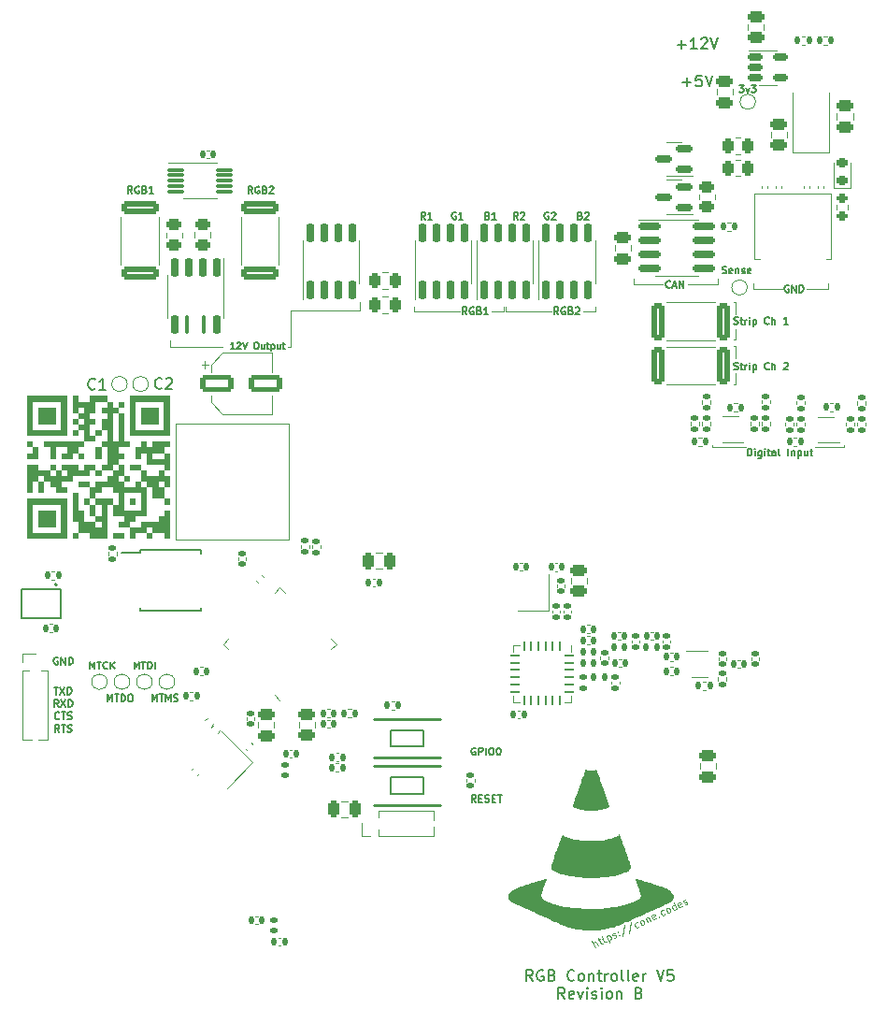
<source format=gbr>
%TF.GenerationSoftware,KiCad,Pcbnew,(6.0.2)*%
%TF.CreationDate,2022-07-01T10:37:28-06:00*%
%TF.ProjectId,RGB-controller,5247422d-636f-46e7-9472-6f6c6c65722e,B*%
%TF.SameCoordinates,Original*%
%TF.FileFunction,Legend,Top*%
%TF.FilePolarity,Positive*%
%FSLAX46Y46*%
G04 Gerber Fmt 4.6, Leading zero omitted, Abs format (unit mm)*
G04 Created by KiCad (PCBNEW (6.0.2)) date 2022-07-01 10:37:28*
%MOMM*%
%LPD*%
G01*
G04 APERTURE LIST*
G04 Aperture macros list*
%AMRoundRect*
0 Rectangle with rounded corners*
0 $1 Rounding radius*
0 $2 $3 $4 $5 $6 $7 $8 $9 X,Y pos of 4 corners*
0 Add a 4 corners polygon primitive as box body*
4,1,4,$2,$3,$4,$5,$6,$7,$8,$9,$2,$3,0*
0 Add four circle primitives for the rounded corners*
1,1,$1+$1,$2,$3*
1,1,$1+$1,$4,$5*
1,1,$1+$1,$6,$7*
1,1,$1+$1,$8,$9*
0 Add four rect primitives between the rounded corners*
20,1,$1+$1,$2,$3,$4,$5,0*
20,1,$1+$1,$4,$5,$6,$7,0*
20,1,$1+$1,$6,$7,$8,$9,0*
20,1,$1+$1,$8,$9,$2,$3,0*%
%AMRotRect*
0 Rectangle, with rotation*
0 The origin of the aperture is its center*
0 $1 length*
0 $2 width*
0 $3 Rotation angle, in degrees counterclockwise*
0 Add horizontal line*
21,1,$1,$2,0,0,$3*%
G04 Aperture macros list end*
%ADD10C,0.120000*%
%ADD11C,0.150000*%
%ADD12C,0.162500*%
%ADD13C,0.125000*%
%ADD14C,0.127000*%
%ADD15C,0.200000*%
%ADD16C,0.254000*%
%ADD17C,0.500000*%
%ADD18R,0.558800X1.701800*%
%ADD19R,5.359400X2.413000*%
%ADD20RoundRect,0.250000X-1.250000X-0.550000X1.250000X-0.550000X1.250000X0.550000X-1.250000X0.550000X0*%
%ADD21C,1.000000*%
%ADD22RoundRect,0.150000X-0.150000X0.725000X-0.150000X-0.725000X0.150000X-0.725000X0.150000X0.725000X0*%
%ADD23RoundRect,0.071250X-0.071250X0.803750X-0.071250X-0.803750X0.071250X-0.803750X0.071250X0.803750X0*%
%ADD24RoundRect,0.075000X-0.650000X-0.075000X0.650000X-0.075000X0.650000X0.075000X-0.650000X0.075000X0*%
%ADD25RoundRect,0.250000X-1.425000X0.362500X-1.425000X-0.362500X1.425000X-0.362500X1.425000X0.362500X0*%
%ADD26RoundRect,0.140000X0.140000X0.170000X-0.140000X0.170000X-0.140000X-0.170000X0.140000X-0.170000X0*%
%ADD27RoundRect,0.250000X0.475000X-0.250000X0.475000X0.250000X-0.475000X0.250000X-0.475000X-0.250000X0*%
%ADD28RoundRect,0.135000X-0.135000X-0.185000X0.135000X-0.185000X0.135000X0.185000X-0.135000X0.185000X0*%
%ADD29RoundRect,0.135000X0.185000X-0.135000X0.185000X0.135000X-0.185000X0.135000X-0.185000X-0.135000X0*%
%ADD30RoundRect,0.135000X-0.185000X0.135000X-0.185000X-0.135000X0.185000X-0.135000X0.185000X0.135000X0*%
%ADD31RoundRect,0.140000X-0.021213X0.219203X-0.219203X0.021213X0.021213X-0.219203X0.219203X-0.021213X0*%
%ADD32RoundRect,0.250000X-0.475000X0.250000X-0.475000X-0.250000X0.475000X-0.250000X0.475000X0.250000X0*%
%ADD33RoundRect,0.147500X-0.147500X-0.172500X0.147500X-0.172500X0.147500X0.172500X-0.147500X0.172500X0*%
%ADD34C,0.500000*%
%ADD35R,0.522000X0.600000*%
%ADD36R,3.800000X1.150000*%
%ADD37R,0.800000X1.400000*%
%ADD38RoundRect,0.140000X-0.140000X-0.170000X0.140000X-0.170000X0.140000X0.170000X-0.140000X0.170000X0*%
%ADD39RoundRect,0.135000X0.135000X0.185000X-0.135000X0.185000X-0.135000X-0.185000X0.135000X-0.185000X0*%
%ADD40RoundRect,0.140000X-0.219203X-0.021213X-0.021213X-0.219203X0.219203X0.021213X0.021213X0.219203X0*%
%ADD41RoundRect,0.150000X-0.825000X-0.150000X0.825000X-0.150000X0.825000X0.150000X-0.825000X0.150000X0*%
%ADD42R,1.000000X1.000000*%
%ADD43O,1.000000X1.000000*%
%ADD44RoundRect,0.135000X-0.035355X0.226274X-0.226274X0.035355X0.035355X-0.226274X0.226274X-0.035355X0*%
%ADD45RoundRect,0.250000X0.250000X0.475000X-0.250000X0.475000X-0.250000X-0.475000X0.250000X-0.475000X0*%
%ADD46R,1.700000X0.650000*%
%ADD47RoundRect,0.250000X-0.362500X-1.425000X0.362500X-1.425000X0.362500X1.425000X-0.362500X1.425000X0*%
%ADD48RoundRect,0.140000X0.170000X-0.140000X0.170000X0.140000X-0.170000X0.140000X-0.170000X-0.140000X0*%
%ADD49RoundRect,0.250000X0.262500X0.450000X-0.262500X0.450000X-0.262500X-0.450000X0.262500X-0.450000X0*%
%ADD50R,0.650000X0.400000*%
%ADD51RoundRect,0.140000X-0.170000X0.140000X-0.170000X-0.140000X0.170000X-0.140000X0.170000X0.140000X0*%
%ADD52RoundRect,0.150000X-0.512500X-0.150000X0.512500X-0.150000X0.512500X0.150000X-0.512500X0.150000X0*%
%ADD53C,2.000000*%
%ADD54RoundRect,0.150000X0.587500X0.150000X-0.587500X0.150000X-0.587500X-0.150000X0.587500X-0.150000X0*%
%ADD55RoundRect,0.200000X-0.275000X0.200000X-0.275000X-0.200000X0.275000X-0.200000X0.275000X0.200000X0*%
%ADD56RoundRect,0.250000X-0.450000X0.262500X-0.450000X-0.262500X0.450000X-0.262500X0.450000X0.262500X0*%
%ADD57RoundRect,0.218750X0.256250X-0.218750X0.256250X0.218750X-0.256250X0.218750X-0.256250X-0.218750X0*%
%ADD58RoundRect,0.147500X-0.172500X0.147500X-0.172500X-0.147500X0.172500X-0.147500X0.172500X0.147500X0*%
%ADD59C,0.900000*%
%ADD60C,12.800000*%
%ADD61RoundRect,0.050000X0.353553X-0.282843X-0.282843X0.353553X-0.353553X0.282843X0.282843X-0.353553X0*%
%ADD62RoundRect,0.050000X0.353553X0.282843X0.282843X0.353553X-0.353553X-0.282843X-0.282843X-0.353553X0*%
%ADD63RoundRect,0.144000X2.059095X0.000000X0.000000X2.059095X-2.059095X0.000000X0.000000X-2.059095X0*%
%ADD64RoundRect,0.147500X0.172500X-0.147500X0.172500X0.147500X-0.172500X0.147500X-0.172500X-0.147500X0*%
%ADD65R,2.000000X2.000000*%
%ADD66RoundRect,0.150000X0.150000X-0.725000X0.150000X0.725000X-0.150000X0.725000X-0.150000X-0.725000X0*%
%ADD67RoundRect,0.250000X-0.262500X-0.450000X0.262500X-0.450000X0.262500X0.450000X-0.262500X0.450000X0*%
%ADD68R,1.800000X2.500000*%
%ADD69RoundRect,0.140000X0.219203X0.021213X0.021213X0.219203X-0.219203X-0.021213X-0.021213X-0.219203X0*%
%ADD70RoundRect,0.062500X-0.062500X0.362500X-0.062500X-0.362500X0.062500X-0.362500X0.062500X0.362500X0*%
%ADD71RoundRect,0.062500X-0.362500X0.062500X-0.362500X-0.062500X0.362500X-0.062500X0.362500X0.062500X0*%
%ADD72R,3.400000X3.400000*%
%ADD73R,1.000000X1.150000*%
%ADD74RotRect,1.400000X1.200000X135.000000*%
%ADD75RoundRect,0.250000X-0.250000X-0.475000X0.250000X-0.475000X0.250000X0.475000X-0.250000X0.475000X0*%
G04 APERTURE END LIST*
D10*
X47620000Y-84270000D02*
X57920000Y-84270000D01*
X57920000Y-84270000D02*
X57920000Y-94720000D01*
X57920000Y-94720000D02*
X47620000Y-94720000D01*
X47620000Y-94720000D02*
X47620000Y-84270000D01*
D11*
X43711666Y-63414047D02*
X43495000Y-63104523D01*
X43340238Y-63414047D02*
X43340238Y-62764047D01*
X43587857Y-62764047D01*
X43649761Y-62795000D01*
X43680714Y-62825952D01*
X43711666Y-62887857D01*
X43711666Y-62980714D01*
X43680714Y-63042619D01*
X43649761Y-63073571D01*
X43587857Y-63104523D01*
X43340238Y-63104523D01*
X44330714Y-62795000D02*
X44268809Y-62764047D01*
X44175952Y-62764047D01*
X44083095Y-62795000D01*
X44021190Y-62856904D01*
X43990238Y-62918809D01*
X43959285Y-63042619D01*
X43959285Y-63135476D01*
X43990238Y-63259285D01*
X44021190Y-63321190D01*
X44083095Y-63383095D01*
X44175952Y-63414047D01*
X44237857Y-63414047D01*
X44330714Y-63383095D01*
X44361666Y-63352142D01*
X44361666Y-63135476D01*
X44237857Y-63135476D01*
X44856904Y-63073571D02*
X44949761Y-63104523D01*
X44980714Y-63135476D01*
X45011666Y-63197380D01*
X45011666Y-63290238D01*
X44980714Y-63352142D01*
X44949761Y-63383095D01*
X44887857Y-63414047D01*
X44640238Y-63414047D01*
X44640238Y-62764047D01*
X44856904Y-62764047D01*
X44918809Y-62795000D01*
X44949761Y-62825952D01*
X44980714Y-62887857D01*
X44980714Y-62949761D01*
X44949761Y-63011666D01*
X44918809Y-63042619D01*
X44856904Y-63073571D01*
X44640238Y-63073571D01*
X45630714Y-63414047D02*
X45259285Y-63414047D01*
X45445000Y-63414047D02*
X45445000Y-62764047D01*
X45383095Y-62856904D01*
X45321190Y-62918809D01*
X45259285Y-62949761D01*
X54611666Y-63414047D02*
X54395000Y-63104523D01*
X54240238Y-63414047D02*
X54240238Y-62764047D01*
X54487857Y-62764047D01*
X54549761Y-62795000D01*
X54580714Y-62825952D01*
X54611666Y-62887857D01*
X54611666Y-62980714D01*
X54580714Y-63042619D01*
X54549761Y-63073571D01*
X54487857Y-63104523D01*
X54240238Y-63104523D01*
X55230714Y-62795000D02*
X55168809Y-62764047D01*
X55075952Y-62764047D01*
X54983095Y-62795000D01*
X54921190Y-62856904D01*
X54890238Y-62918809D01*
X54859285Y-63042619D01*
X54859285Y-63135476D01*
X54890238Y-63259285D01*
X54921190Y-63321190D01*
X54983095Y-63383095D01*
X55075952Y-63414047D01*
X55137857Y-63414047D01*
X55230714Y-63383095D01*
X55261666Y-63352142D01*
X55261666Y-63135476D01*
X55137857Y-63135476D01*
X55756904Y-63073571D02*
X55849761Y-63104523D01*
X55880714Y-63135476D01*
X55911666Y-63197380D01*
X55911666Y-63290238D01*
X55880714Y-63352142D01*
X55849761Y-63383095D01*
X55787857Y-63414047D01*
X55540238Y-63414047D01*
X55540238Y-62764047D01*
X55756904Y-62764047D01*
X55818809Y-62795000D01*
X55849761Y-62825952D01*
X55880714Y-62887857D01*
X55880714Y-62949761D01*
X55849761Y-63011666D01*
X55818809Y-63042619D01*
X55756904Y-63073571D01*
X55540238Y-63073571D01*
X56159285Y-62825952D02*
X56190238Y-62795000D01*
X56252142Y-62764047D01*
X56406904Y-62764047D01*
X56468809Y-62795000D01*
X56499761Y-62825952D01*
X56530714Y-62887857D01*
X56530714Y-62949761D01*
X56499761Y-63042619D01*
X56128333Y-63414047D01*
X56530714Y-63414047D01*
D10*
X58070000Y-77320000D02*
X58070000Y-73970000D01*
X57820000Y-77320000D02*
X58070000Y-77320000D01*
X47170000Y-77320000D02*
X47170000Y-76720000D01*
X64370000Y-73970000D02*
X64370000Y-73220000D01*
D11*
X46403333Y-81027142D02*
X46355714Y-81074761D01*
X46212857Y-81122380D01*
X46117619Y-81122380D01*
X45974761Y-81074761D01*
X45879523Y-80979523D01*
X45831904Y-80884285D01*
X45784285Y-80693809D01*
X45784285Y-80550952D01*
X45831904Y-80360476D01*
X45879523Y-80265238D01*
X45974761Y-80170000D01*
X46117619Y-80122380D01*
X46212857Y-80122380D01*
X46355714Y-80170000D01*
X46403333Y-80217619D01*
X46784285Y-80217619D02*
X46831904Y-80170000D01*
X46927142Y-80122380D01*
X47165238Y-80122380D01*
X47260476Y-80170000D01*
X47308095Y-80217619D01*
X47355714Y-80312857D01*
X47355714Y-80408095D01*
X47308095Y-80550952D01*
X46736666Y-81122380D01*
X47355714Y-81122380D01*
X40353333Y-81077142D02*
X40305714Y-81124761D01*
X40162857Y-81172380D01*
X40067619Y-81172380D01*
X39924761Y-81124761D01*
X39829523Y-81029523D01*
X39781904Y-80934285D01*
X39734285Y-80743809D01*
X39734285Y-80600952D01*
X39781904Y-80410476D01*
X39829523Y-80315238D01*
X39924761Y-80220000D01*
X40067619Y-80172380D01*
X40162857Y-80172380D01*
X40305714Y-80220000D01*
X40353333Y-80267619D01*
X41305714Y-81172380D02*
X40734285Y-81172380D01*
X41020000Y-81172380D02*
X41020000Y-80172380D01*
X40924761Y-80315238D01*
X40829523Y-80410476D01*
X40734285Y-80458095D01*
D10*
X64370000Y-73970000D02*
X58120000Y-73970000D01*
X98370000Y-76670000D02*
X98170000Y-76670000D01*
X89170000Y-71670000D02*
X89170000Y-71170000D01*
X98370000Y-73270000D02*
X98370000Y-74370000D01*
X94070000Y-71670000D02*
X96770000Y-71670000D01*
X102570000Y-72070000D02*
X99970000Y-72070000D01*
X77570000Y-74070000D02*
X77570000Y-73670000D01*
X85670000Y-74070000D02*
X85670000Y-73670000D01*
X69270000Y-74070000D02*
X69270000Y-73670000D01*
X91770000Y-71670000D02*
X89170000Y-71670000D01*
X108170000Y-86370000D02*
X108170000Y-86170000D01*
X98370000Y-80670000D02*
X98170000Y-80670000D01*
X96270000Y-86370000D02*
X96270000Y-86170000D01*
X96770000Y-71670000D02*
X96770000Y-71170000D01*
X51870000Y-77320000D02*
X47170000Y-77320000D01*
X105570000Y-86370000D02*
X108170000Y-86370000D01*
X98170000Y-77270000D02*
X98370000Y-77270000D01*
X99270000Y-86370000D02*
X96270000Y-86370000D01*
X99970000Y-72070000D02*
X99970000Y-71570000D01*
X84570000Y-74070000D02*
X85670000Y-74070000D01*
X104770000Y-72070000D02*
X106770000Y-72070000D01*
X98370000Y-79670000D02*
X98370000Y-80670000D01*
X98370000Y-75670000D02*
X98370000Y-76670000D01*
X98170000Y-73270000D02*
X98370000Y-73270000D01*
X73370000Y-74070000D02*
X69270000Y-74070000D01*
X76270000Y-74070000D02*
X77370000Y-74070000D01*
X106770000Y-72070000D02*
X106770000Y-71570000D01*
X98370000Y-77270000D02*
X98370000Y-78370000D01*
X77370000Y-74070000D02*
X77370000Y-73670000D01*
X81670000Y-74070000D02*
X77570000Y-74070000D01*
D11*
X52998571Y-77491428D02*
X52655714Y-77491428D01*
X52827142Y-77491428D02*
X52827142Y-76891428D01*
X52770000Y-76977142D01*
X52712857Y-77034285D01*
X52655714Y-77062857D01*
X53227142Y-76948571D02*
X53255714Y-76920000D01*
X53312857Y-76891428D01*
X53455714Y-76891428D01*
X53512857Y-76920000D01*
X53541428Y-76948571D01*
X53570000Y-77005714D01*
X53570000Y-77062857D01*
X53541428Y-77148571D01*
X53198571Y-77491428D01*
X53570000Y-77491428D01*
X53741428Y-76891428D02*
X53941428Y-77491428D01*
X54141428Y-76891428D01*
X54912857Y-76891428D02*
X55027142Y-76891428D01*
X55084285Y-76920000D01*
X55141428Y-76977142D01*
X55170000Y-77091428D01*
X55170000Y-77291428D01*
X55141428Y-77405714D01*
X55084285Y-77462857D01*
X55027142Y-77491428D01*
X54912857Y-77491428D01*
X54855714Y-77462857D01*
X54798571Y-77405714D01*
X54770000Y-77291428D01*
X54770000Y-77091428D01*
X54798571Y-76977142D01*
X54855714Y-76920000D01*
X54912857Y-76891428D01*
X55684285Y-77091428D02*
X55684285Y-77491428D01*
X55427142Y-77091428D02*
X55427142Y-77405714D01*
X55455714Y-77462857D01*
X55512857Y-77491428D01*
X55598571Y-77491428D01*
X55655714Y-77462857D01*
X55684285Y-77434285D01*
X55884285Y-77091428D02*
X56112857Y-77091428D01*
X55970000Y-76891428D02*
X55970000Y-77405714D01*
X55998571Y-77462857D01*
X56055714Y-77491428D01*
X56112857Y-77491428D01*
X56312857Y-77091428D02*
X56312857Y-77691428D01*
X56312857Y-77120000D02*
X56370000Y-77091428D01*
X56484285Y-77091428D01*
X56541428Y-77120000D01*
X56570000Y-77148571D01*
X56598571Y-77205714D01*
X56598571Y-77377142D01*
X56570000Y-77434285D01*
X56541428Y-77462857D01*
X56484285Y-77491428D01*
X56370000Y-77491428D01*
X56312857Y-77462857D01*
X57112857Y-77091428D02*
X57112857Y-77491428D01*
X56855714Y-77091428D02*
X56855714Y-77405714D01*
X56884285Y-77462857D01*
X56941428Y-77491428D01*
X57027142Y-77491428D01*
X57084285Y-77462857D01*
X57112857Y-77434285D01*
X57312857Y-77091428D02*
X57541428Y-77091428D01*
X57398571Y-76891428D02*
X57398571Y-77405714D01*
X57427142Y-77462857D01*
X57484285Y-77491428D01*
X57541428Y-77491428D01*
D12*
X43895952Y-106464047D02*
X43895952Y-105814047D01*
X44112619Y-106278333D01*
X44329285Y-105814047D01*
X44329285Y-106464047D01*
X44545952Y-105814047D02*
X44917380Y-105814047D01*
X44731666Y-106464047D02*
X44731666Y-105814047D01*
X45134047Y-106464047D02*
X45134047Y-105814047D01*
X45288809Y-105814047D01*
X45381666Y-105845000D01*
X45443571Y-105906904D01*
X45474523Y-105968809D01*
X45505476Y-106092619D01*
X45505476Y-106185476D01*
X45474523Y-106309285D01*
X45443571Y-106371190D01*
X45381666Y-106433095D01*
X45288809Y-106464047D01*
X45134047Y-106464047D01*
X45784047Y-106464047D02*
X45784047Y-105814047D01*
D11*
X78661666Y-65764047D02*
X78445000Y-65454523D01*
X78290238Y-65764047D02*
X78290238Y-65114047D01*
X78537857Y-65114047D01*
X78599761Y-65145000D01*
X78630714Y-65175952D01*
X78661666Y-65237857D01*
X78661666Y-65330714D01*
X78630714Y-65392619D01*
X78599761Y-65423571D01*
X78537857Y-65454523D01*
X78290238Y-65454523D01*
X78909285Y-65175952D02*
X78940238Y-65145000D01*
X79002142Y-65114047D01*
X79156904Y-65114047D01*
X79218809Y-65145000D01*
X79249761Y-65175952D01*
X79280714Y-65237857D01*
X79280714Y-65299761D01*
X79249761Y-65392619D01*
X78878333Y-65764047D01*
X79280714Y-65764047D01*
X93584285Y-53341428D02*
X94346190Y-53341428D01*
X93965238Y-53722380D02*
X93965238Y-52960476D01*
X95298571Y-52722380D02*
X94822380Y-52722380D01*
X94774761Y-53198571D01*
X94822380Y-53150952D01*
X94917619Y-53103333D01*
X95155714Y-53103333D01*
X95250952Y-53150952D01*
X95298571Y-53198571D01*
X95346190Y-53293809D01*
X95346190Y-53531904D01*
X95298571Y-53627142D01*
X95250952Y-53674761D01*
X95155714Y-53722380D01*
X94917619Y-53722380D01*
X94822380Y-53674761D01*
X94774761Y-53627142D01*
X95631904Y-52722380D02*
X95965238Y-53722380D01*
X96298571Y-52722380D01*
X37038333Y-109894047D02*
X36821667Y-109584523D01*
X36666905Y-109894047D02*
X36666905Y-109244047D01*
X36914524Y-109244047D01*
X36976428Y-109275000D01*
X37007381Y-109305952D01*
X37038333Y-109367857D01*
X37038333Y-109460714D01*
X37007381Y-109522619D01*
X36976428Y-109553571D01*
X36914524Y-109584523D01*
X36666905Y-109584523D01*
X37255000Y-109244047D02*
X37688333Y-109894047D01*
X37688333Y-109244047D02*
X37255000Y-109894047D01*
X37935952Y-109894047D02*
X37935952Y-109244047D01*
X38090714Y-109244047D01*
X38183571Y-109275000D01*
X38245476Y-109336904D01*
X38276428Y-109398809D01*
X38307381Y-109522619D01*
X38307381Y-109615476D01*
X38276428Y-109739285D01*
X38245476Y-109801190D01*
X38183571Y-109863095D01*
X38090714Y-109894047D01*
X37935952Y-109894047D01*
X73030714Y-65145000D02*
X72968809Y-65114047D01*
X72875952Y-65114047D01*
X72783095Y-65145000D01*
X72721190Y-65206904D01*
X72690238Y-65268809D01*
X72659285Y-65392619D01*
X72659285Y-65485476D01*
X72690238Y-65609285D01*
X72721190Y-65671190D01*
X72783095Y-65733095D01*
X72875952Y-65764047D01*
X72937857Y-65764047D01*
X73030714Y-65733095D01*
X73061666Y-65702142D01*
X73061666Y-65485476D01*
X72937857Y-65485476D01*
X73680714Y-65764047D02*
X73309285Y-65764047D01*
X73495000Y-65764047D02*
X73495000Y-65114047D01*
X73433095Y-65206904D01*
X73371190Y-65268809D01*
X73309285Y-65299761D01*
X81430714Y-65145000D02*
X81368809Y-65114047D01*
X81275952Y-65114047D01*
X81183095Y-65145000D01*
X81121190Y-65206904D01*
X81090238Y-65268809D01*
X81059285Y-65392619D01*
X81059285Y-65485476D01*
X81090238Y-65609285D01*
X81121190Y-65671190D01*
X81183095Y-65733095D01*
X81275952Y-65764047D01*
X81337857Y-65764047D01*
X81430714Y-65733095D01*
X81461666Y-65702142D01*
X81461666Y-65485476D01*
X81337857Y-65485476D01*
X81709285Y-65175952D02*
X81740238Y-65145000D01*
X81802142Y-65114047D01*
X81956904Y-65114047D01*
X82018809Y-65145000D01*
X82049761Y-65175952D01*
X82080714Y-65237857D01*
X82080714Y-65299761D01*
X82049761Y-65392619D01*
X81678333Y-65764047D01*
X82080714Y-65764047D01*
X36651428Y-108124047D02*
X37022857Y-108124047D01*
X36837143Y-108774047D02*
X36837143Y-108124047D01*
X37177619Y-108124047D02*
X37610952Y-108774047D01*
X37610952Y-108124047D02*
X37177619Y-108774047D01*
X37858571Y-108774047D02*
X37858571Y-108124047D01*
X38013333Y-108124047D01*
X38106190Y-108155000D01*
X38168095Y-108216904D01*
X38199047Y-108278809D01*
X38230000Y-108402619D01*
X38230000Y-108495476D01*
X38199047Y-108619285D01*
X38168095Y-108681190D01*
X38106190Y-108743095D01*
X38013333Y-108774047D01*
X37858571Y-108774047D01*
X98224761Y-79333095D02*
X98317619Y-79364047D01*
X98472380Y-79364047D01*
X98534285Y-79333095D01*
X98565238Y-79302142D01*
X98596190Y-79240238D01*
X98596190Y-79178333D01*
X98565238Y-79116428D01*
X98534285Y-79085476D01*
X98472380Y-79054523D01*
X98348571Y-79023571D01*
X98286666Y-78992619D01*
X98255714Y-78961666D01*
X98224761Y-78899761D01*
X98224761Y-78837857D01*
X98255714Y-78775952D01*
X98286666Y-78745000D01*
X98348571Y-78714047D01*
X98503333Y-78714047D01*
X98596190Y-78745000D01*
X98781904Y-78930714D02*
X99029523Y-78930714D01*
X98874761Y-78714047D02*
X98874761Y-79271190D01*
X98905714Y-79333095D01*
X98967619Y-79364047D01*
X99029523Y-79364047D01*
X99246190Y-79364047D02*
X99246190Y-78930714D01*
X99246190Y-79054523D02*
X99277142Y-78992619D01*
X99308095Y-78961666D01*
X99370000Y-78930714D01*
X99431904Y-78930714D01*
X99648571Y-79364047D02*
X99648571Y-78930714D01*
X99648571Y-78714047D02*
X99617619Y-78745000D01*
X99648571Y-78775952D01*
X99679523Y-78745000D01*
X99648571Y-78714047D01*
X99648571Y-78775952D01*
X99958095Y-78930714D02*
X99958095Y-79580714D01*
X99958095Y-78961666D02*
X100020000Y-78930714D01*
X100143809Y-78930714D01*
X100205714Y-78961666D01*
X100236666Y-78992619D01*
X100267619Y-79054523D01*
X100267619Y-79240238D01*
X100236666Y-79302142D01*
X100205714Y-79333095D01*
X100143809Y-79364047D01*
X100020000Y-79364047D01*
X99958095Y-79333095D01*
X101412857Y-79302142D02*
X101381904Y-79333095D01*
X101289047Y-79364047D01*
X101227142Y-79364047D01*
X101134285Y-79333095D01*
X101072380Y-79271190D01*
X101041428Y-79209285D01*
X101010476Y-79085476D01*
X101010476Y-78992619D01*
X101041428Y-78868809D01*
X101072380Y-78806904D01*
X101134285Y-78745000D01*
X101227142Y-78714047D01*
X101289047Y-78714047D01*
X101381904Y-78745000D01*
X101412857Y-78775952D01*
X101691428Y-79364047D02*
X101691428Y-78714047D01*
X101970000Y-79364047D02*
X101970000Y-79023571D01*
X101939047Y-78961666D01*
X101877142Y-78930714D01*
X101784285Y-78930714D01*
X101722380Y-78961666D01*
X101691428Y-78992619D01*
X102743809Y-78775952D02*
X102774761Y-78745000D01*
X102836666Y-78714047D01*
X102991428Y-78714047D01*
X103053333Y-78745000D01*
X103084285Y-78775952D01*
X103115238Y-78837857D01*
X103115238Y-78899761D01*
X103084285Y-78992619D01*
X102712857Y-79364047D01*
X103115238Y-79364047D01*
X98696190Y-53614047D02*
X99098571Y-53614047D01*
X98881904Y-53861666D01*
X98974761Y-53861666D01*
X99036666Y-53892619D01*
X99067619Y-53923571D01*
X99098571Y-53985476D01*
X99098571Y-54140238D01*
X99067619Y-54202142D01*
X99036666Y-54233095D01*
X98974761Y-54264047D01*
X98789047Y-54264047D01*
X98727142Y-54233095D01*
X98696190Y-54202142D01*
X99315238Y-53830714D02*
X99470000Y-54264047D01*
X99624761Y-53830714D01*
X99810476Y-53614047D02*
X100212857Y-53614047D01*
X99996190Y-53861666D01*
X100089047Y-53861666D01*
X100150952Y-53892619D01*
X100181904Y-53923571D01*
X100212857Y-53985476D01*
X100212857Y-54140238D01*
X100181904Y-54202142D01*
X100150952Y-54233095D01*
X100089047Y-54264047D01*
X99903333Y-54264047D01*
X99841428Y-54233095D01*
X99810476Y-54202142D01*
X84306904Y-65423571D02*
X84399761Y-65454523D01*
X84430714Y-65485476D01*
X84461666Y-65547380D01*
X84461666Y-65640238D01*
X84430714Y-65702142D01*
X84399761Y-65733095D01*
X84337857Y-65764047D01*
X84090238Y-65764047D01*
X84090238Y-65114047D01*
X84306904Y-65114047D01*
X84368809Y-65145000D01*
X84399761Y-65175952D01*
X84430714Y-65237857D01*
X84430714Y-65299761D01*
X84399761Y-65361666D01*
X84368809Y-65392619D01*
X84306904Y-65423571D01*
X84090238Y-65423571D01*
X84709285Y-65175952D02*
X84740238Y-65145000D01*
X84802142Y-65114047D01*
X84956904Y-65114047D01*
X85018809Y-65145000D01*
X85049761Y-65175952D01*
X85080714Y-65237857D01*
X85080714Y-65299761D01*
X85049761Y-65392619D01*
X84678333Y-65764047D01*
X85080714Y-65764047D01*
X93108095Y-49941428D02*
X93870000Y-49941428D01*
X93489047Y-50322380D02*
X93489047Y-49560476D01*
X94870000Y-50322380D02*
X94298571Y-50322380D01*
X94584285Y-50322380D02*
X94584285Y-49322380D01*
X94489047Y-49465238D01*
X94393809Y-49560476D01*
X94298571Y-49608095D01*
X95250952Y-49417619D02*
X95298571Y-49370000D01*
X95393809Y-49322380D01*
X95631904Y-49322380D01*
X95727142Y-49370000D01*
X95774761Y-49417619D01*
X95822380Y-49512857D01*
X95822380Y-49608095D01*
X95774761Y-49750952D01*
X95203333Y-50322380D01*
X95822380Y-50322380D01*
X96108095Y-49322380D02*
X96441428Y-50322380D01*
X96774761Y-49322380D01*
X92452142Y-71902142D02*
X92421190Y-71933095D01*
X92328333Y-71964047D01*
X92266428Y-71964047D01*
X92173571Y-71933095D01*
X92111666Y-71871190D01*
X92080714Y-71809285D01*
X92049761Y-71685476D01*
X92049761Y-71592619D01*
X92080714Y-71468809D01*
X92111666Y-71406904D01*
X92173571Y-71345000D01*
X92266428Y-71314047D01*
X92328333Y-71314047D01*
X92421190Y-71345000D01*
X92452142Y-71375952D01*
X92699761Y-71778333D02*
X93009285Y-71778333D01*
X92637857Y-71964047D02*
X92854523Y-71314047D01*
X93071190Y-71964047D01*
X93287857Y-71964047D02*
X93287857Y-71314047D01*
X93659285Y-71964047D01*
X93659285Y-71314047D01*
X79988571Y-134717380D02*
X79655238Y-134241190D01*
X79417142Y-134717380D02*
X79417142Y-133717380D01*
X79798095Y-133717380D01*
X79893333Y-133765000D01*
X79940952Y-133812619D01*
X79988571Y-133907857D01*
X79988571Y-134050714D01*
X79940952Y-134145952D01*
X79893333Y-134193571D01*
X79798095Y-134241190D01*
X79417142Y-134241190D01*
X80940952Y-133765000D02*
X80845714Y-133717380D01*
X80702857Y-133717380D01*
X80560000Y-133765000D01*
X80464761Y-133860238D01*
X80417142Y-133955476D01*
X80369523Y-134145952D01*
X80369523Y-134288809D01*
X80417142Y-134479285D01*
X80464761Y-134574523D01*
X80560000Y-134669761D01*
X80702857Y-134717380D01*
X80798095Y-134717380D01*
X80940952Y-134669761D01*
X80988571Y-134622142D01*
X80988571Y-134288809D01*
X80798095Y-134288809D01*
X81750476Y-134193571D02*
X81893333Y-134241190D01*
X81940952Y-134288809D01*
X81988571Y-134384047D01*
X81988571Y-134526904D01*
X81940952Y-134622142D01*
X81893333Y-134669761D01*
X81798095Y-134717380D01*
X81417142Y-134717380D01*
X81417142Y-133717380D01*
X81750476Y-133717380D01*
X81845714Y-133765000D01*
X81893333Y-133812619D01*
X81940952Y-133907857D01*
X81940952Y-134003095D01*
X81893333Y-134098333D01*
X81845714Y-134145952D01*
X81750476Y-134193571D01*
X81417142Y-134193571D01*
X83750476Y-134622142D02*
X83702857Y-134669761D01*
X83560000Y-134717380D01*
X83464761Y-134717380D01*
X83321904Y-134669761D01*
X83226666Y-134574523D01*
X83179047Y-134479285D01*
X83131428Y-134288809D01*
X83131428Y-134145952D01*
X83179047Y-133955476D01*
X83226666Y-133860238D01*
X83321904Y-133765000D01*
X83464761Y-133717380D01*
X83560000Y-133717380D01*
X83702857Y-133765000D01*
X83750476Y-133812619D01*
X84321904Y-134717380D02*
X84226666Y-134669761D01*
X84179047Y-134622142D01*
X84131428Y-134526904D01*
X84131428Y-134241190D01*
X84179047Y-134145952D01*
X84226666Y-134098333D01*
X84321904Y-134050714D01*
X84464761Y-134050714D01*
X84560000Y-134098333D01*
X84607619Y-134145952D01*
X84655238Y-134241190D01*
X84655238Y-134526904D01*
X84607619Y-134622142D01*
X84560000Y-134669761D01*
X84464761Y-134717380D01*
X84321904Y-134717380D01*
X85083809Y-134050714D02*
X85083809Y-134717380D01*
X85083809Y-134145952D02*
X85131428Y-134098333D01*
X85226666Y-134050714D01*
X85369523Y-134050714D01*
X85464761Y-134098333D01*
X85512380Y-134193571D01*
X85512380Y-134717380D01*
X85845714Y-134050714D02*
X86226666Y-134050714D01*
X85988571Y-133717380D02*
X85988571Y-134574523D01*
X86036190Y-134669761D01*
X86131428Y-134717380D01*
X86226666Y-134717380D01*
X86560000Y-134717380D02*
X86560000Y-134050714D01*
X86560000Y-134241190D02*
X86607619Y-134145952D01*
X86655238Y-134098333D01*
X86750476Y-134050714D01*
X86845714Y-134050714D01*
X87321904Y-134717380D02*
X87226666Y-134669761D01*
X87179047Y-134622142D01*
X87131428Y-134526904D01*
X87131428Y-134241190D01*
X87179047Y-134145952D01*
X87226666Y-134098333D01*
X87321904Y-134050714D01*
X87464761Y-134050714D01*
X87560000Y-134098333D01*
X87607619Y-134145952D01*
X87655238Y-134241190D01*
X87655238Y-134526904D01*
X87607619Y-134622142D01*
X87560000Y-134669761D01*
X87464761Y-134717380D01*
X87321904Y-134717380D01*
X88226666Y-134717380D02*
X88131428Y-134669761D01*
X88083809Y-134574523D01*
X88083809Y-133717380D01*
X88750476Y-134717380D02*
X88655238Y-134669761D01*
X88607619Y-134574523D01*
X88607619Y-133717380D01*
X89512380Y-134669761D02*
X89417142Y-134717380D01*
X89226666Y-134717380D01*
X89131428Y-134669761D01*
X89083809Y-134574523D01*
X89083809Y-134193571D01*
X89131428Y-134098333D01*
X89226666Y-134050714D01*
X89417142Y-134050714D01*
X89512380Y-134098333D01*
X89560000Y-134193571D01*
X89560000Y-134288809D01*
X89083809Y-134384047D01*
X89988571Y-134717380D02*
X89988571Y-134050714D01*
X89988571Y-134241190D02*
X90036190Y-134145952D01*
X90083809Y-134098333D01*
X90179047Y-134050714D01*
X90274285Y-134050714D01*
X91226666Y-133717380D02*
X91560000Y-134717380D01*
X91893333Y-133717380D01*
X92702857Y-133717380D02*
X92226666Y-133717380D01*
X92179047Y-134193571D01*
X92226666Y-134145952D01*
X92321904Y-134098333D01*
X92560000Y-134098333D01*
X92655238Y-134145952D01*
X92702857Y-134193571D01*
X92750476Y-134288809D01*
X92750476Y-134526904D01*
X92702857Y-134622142D01*
X92655238Y-134669761D01*
X92560000Y-134717380D01*
X92321904Y-134717380D01*
X92226666Y-134669761D01*
X92179047Y-134622142D01*
X82893333Y-136327380D02*
X82560000Y-135851190D01*
X82321904Y-136327380D02*
X82321904Y-135327380D01*
X82702857Y-135327380D01*
X82798095Y-135375000D01*
X82845714Y-135422619D01*
X82893333Y-135517857D01*
X82893333Y-135660714D01*
X82845714Y-135755952D01*
X82798095Y-135803571D01*
X82702857Y-135851190D01*
X82321904Y-135851190D01*
X83702857Y-136279761D02*
X83607619Y-136327380D01*
X83417142Y-136327380D01*
X83321904Y-136279761D01*
X83274285Y-136184523D01*
X83274285Y-135803571D01*
X83321904Y-135708333D01*
X83417142Y-135660714D01*
X83607619Y-135660714D01*
X83702857Y-135708333D01*
X83750476Y-135803571D01*
X83750476Y-135898809D01*
X83274285Y-135994047D01*
X84083809Y-135660714D02*
X84321904Y-136327380D01*
X84560000Y-135660714D01*
X84940952Y-136327380D02*
X84940952Y-135660714D01*
X84940952Y-135327380D02*
X84893333Y-135375000D01*
X84940952Y-135422619D01*
X84988571Y-135375000D01*
X84940952Y-135327380D01*
X84940952Y-135422619D01*
X85369523Y-136279761D02*
X85464761Y-136327380D01*
X85655238Y-136327380D01*
X85750476Y-136279761D01*
X85798095Y-136184523D01*
X85798095Y-136136904D01*
X85750476Y-136041666D01*
X85655238Y-135994047D01*
X85512380Y-135994047D01*
X85417142Y-135946428D01*
X85369523Y-135851190D01*
X85369523Y-135803571D01*
X85417142Y-135708333D01*
X85512380Y-135660714D01*
X85655238Y-135660714D01*
X85750476Y-135708333D01*
X86226666Y-136327380D02*
X86226666Y-135660714D01*
X86226666Y-135327380D02*
X86179047Y-135375000D01*
X86226666Y-135422619D01*
X86274285Y-135375000D01*
X86226666Y-135327380D01*
X86226666Y-135422619D01*
X86845714Y-136327380D02*
X86750476Y-136279761D01*
X86702857Y-136232142D01*
X86655238Y-136136904D01*
X86655238Y-135851190D01*
X86702857Y-135755952D01*
X86750476Y-135708333D01*
X86845714Y-135660714D01*
X86988571Y-135660714D01*
X87083809Y-135708333D01*
X87131428Y-135755952D01*
X87179047Y-135851190D01*
X87179047Y-136136904D01*
X87131428Y-136232142D01*
X87083809Y-136279761D01*
X86988571Y-136327380D01*
X86845714Y-136327380D01*
X87607619Y-135660714D02*
X87607619Y-136327380D01*
X87607619Y-135755952D02*
X87655238Y-135708333D01*
X87750476Y-135660714D01*
X87893333Y-135660714D01*
X87988571Y-135708333D01*
X88036190Y-135803571D01*
X88036190Y-136327380D01*
X89607619Y-135803571D02*
X89750476Y-135851190D01*
X89798095Y-135898809D01*
X89845714Y-135994047D01*
X89845714Y-136136904D01*
X89798095Y-136232142D01*
X89750476Y-136279761D01*
X89655238Y-136327380D01*
X89274285Y-136327380D01*
X89274285Y-135327380D01*
X89607619Y-135327380D01*
X89702857Y-135375000D01*
X89750476Y-135422619D01*
X89798095Y-135517857D01*
X89798095Y-135613095D01*
X89750476Y-135708333D01*
X89702857Y-135755952D01*
X89607619Y-135803571D01*
X89274285Y-135803571D01*
X37115714Y-112184047D02*
X36899047Y-111874523D01*
X36744286Y-112184047D02*
X36744286Y-111534047D01*
X36991905Y-111534047D01*
X37053809Y-111565000D01*
X37084762Y-111595952D01*
X37115714Y-111657857D01*
X37115714Y-111750714D01*
X37084762Y-111812619D01*
X37053809Y-111843571D01*
X36991905Y-111874523D01*
X36744286Y-111874523D01*
X37301428Y-111534047D02*
X37672857Y-111534047D01*
X37487143Y-112184047D02*
X37487143Y-111534047D01*
X37858571Y-112153095D02*
X37951428Y-112184047D01*
X38106190Y-112184047D01*
X38168095Y-112153095D01*
X38199047Y-112122142D01*
X38230000Y-112060238D01*
X38230000Y-111998333D01*
X38199047Y-111936428D01*
X38168095Y-111905476D01*
X38106190Y-111874523D01*
X37982381Y-111843571D01*
X37920476Y-111812619D01*
X37889524Y-111781666D01*
X37858571Y-111719761D01*
X37858571Y-111657857D01*
X37889524Y-111595952D01*
X37920476Y-111565000D01*
X37982381Y-111534047D01*
X38137143Y-111534047D01*
X38230000Y-111565000D01*
X74011666Y-74364047D02*
X73795000Y-74054523D01*
X73640238Y-74364047D02*
X73640238Y-73714047D01*
X73887857Y-73714047D01*
X73949761Y-73745000D01*
X73980714Y-73775952D01*
X74011666Y-73837857D01*
X74011666Y-73930714D01*
X73980714Y-73992619D01*
X73949761Y-74023571D01*
X73887857Y-74054523D01*
X73640238Y-74054523D01*
X74630714Y-73745000D02*
X74568809Y-73714047D01*
X74475952Y-73714047D01*
X74383095Y-73745000D01*
X74321190Y-73806904D01*
X74290238Y-73868809D01*
X74259285Y-73992619D01*
X74259285Y-74085476D01*
X74290238Y-74209285D01*
X74321190Y-74271190D01*
X74383095Y-74333095D01*
X74475952Y-74364047D01*
X74537857Y-74364047D01*
X74630714Y-74333095D01*
X74661666Y-74302142D01*
X74661666Y-74085476D01*
X74537857Y-74085476D01*
X75156904Y-74023571D02*
X75249761Y-74054523D01*
X75280714Y-74085476D01*
X75311666Y-74147380D01*
X75311666Y-74240238D01*
X75280714Y-74302142D01*
X75249761Y-74333095D01*
X75187857Y-74364047D01*
X74940238Y-74364047D01*
X74940238Y-73714047D01*
X75156904Y-73714047D01*
X75218809Y-73745000D01*
X75249761Y-73775952D01*
X75280714Y-73837857D01*
X75280714Y-73899761D01*
X75249761Y-73961666D01*
X75218809Y-73992619D01*
X75156904Y-74023571D01*
X74940238Y-74023571D01*
X75930714Y-74364047D02*
X75559285Y-74364047D01*
X75745000Y-74364047D02*
X75745000Y-73714047D01*
X75683095Y-73806904D01*
X75621190Y-73868809D01*
X75559285Y-73899761D01*
X37115714Y-110952142D02*
X37084762Y-110983095D01*
X36991905Y-111014047D01*
X36930000Y-111014047D01*
X36837143Y-110983095D01*
X36775238Y-110921190D01*
X36744286Y-110859285D01*
X36713333Y-110735476D01*
X36713333Y-110642619D01*
X36744286Y-110518809D01*
X36775238Y-110456904D01*
X36837143Y-110395000D01*
X36930000Y-110364047D01*
X36991905Y-110364047D01*
X37084762Y-110395000D01*
X37115714Y-110425952D01*
X37301428Y-110364047D02*
X37672857Y-110364047D01*
X37487143Y-111014047D02*
X37487143Y-110364047D01*
X37858571Y-110983095D02*
X37951428Y-111014047D01*
X38106190Y-111014047D01*
X38168095Y-110983095D01*
X38199047Y-110952142D01*
X38230000Y-110890238D01*
X38230000Y-110828333D01*
X38199047Y-110766428D01*
X38168095Y-110735476D01*
X38106190Y-110704523D01*
X37982381Y-110673571D01*
X37920476Y-110642619D01*
X37889524Y-110611666D01*
X37858571Y-110549761D01*
X37858571Y-110487857D01*
X37889524Y-110425952D01*
X37920476Y-110395000D01*
X37982381Y-110364047D01*
X38137143Y-110364047D01*
X38230000Y-110395000D01*
X74800476Y-113625000D02*
X74738571Y-113594047D01*
X74645714Y-113594047D01*
X74552857Y-113625000D01*
X74490952Y-113686904D01*
X74460000Y-113748809D01*
X74429047Y-113872619D01*
X74429047Y-113965476D01*
X74460000Y-114089285D01*
X74490952Y-114151190D01*
X74552857Y-114213095D01*
X74645714Y-114244047D01*
X74707619Y-114244047D01*
X74800476Y-114213095D01*
X74831428Y-114182142D01*
X74831428Y-113965476D01*
X74707619Y-113965476D01*
X75110000Y-114244047D02*
X75110000Y-113594047D01*
X75357619Y-113594047D01*
X75419523Y-113625000D01*
X75450476Y-113655952D01*
X75481428Y-113717857D01*
X75481428Y-113810714D01*
X75450476Y-113872619D01*
X75419523Y-113903571D01*
X75357619Y-113934523D01*
X75110000Y-113934523D01*
X75760000Y-114244047D02*
X75760000Y-113594047D01*
X76193333Y-113594047D02*
X76317142Y-113594047D01*
X76379047Y-113625000D01*
X76440952Y-113686904D01*
X76471904Y-113810714D01*
X76471904Y-114027380D01*
X76440952Y-114151190D01*
X76379047Y-114213095D01*
X76317142Y-114244047D01*
X76193333Y-114244047D01*
X76131428Y-114213095D01*
X76069523Y-114151190D01*
X76038571Y-114027380D01*
X76038571Y-113810714D01*
X76069523Y-113686904D01*
X76131428Y-113625000D01*
X76193333Y-113594047D01*
X76874285Y-113594047D02*
X76936190Y-113594047D01*
X76998095Y-113625000D01*
X77029047Y-113655952D01*
X77060000Y-113717857D01*
X77090952Y-113841666D01*
X77090952Y-113996428D01*
X77060000Y-114120238D01*
X77029047Y-114182142D01*
X76998095Y-114213095D01*
X76936190Y-114244047D01*
X76874285Y-114244047D01*
X76812380Y-114213095D01*
X76781428Y-114182142D01*
X76750476Y-114120238D01*
X76719523Y-113996428D01*
X76719523Y-113841666D01*
X76750476Y-113717857D01*
X76781428Y-113655952D01*
X76812380Y-113625000D01*
X76874285Y-113594047D01*
D12*
X45524761Y-109414047D02*
X45524761Y-108764047D01*
X45741428Y-109228333D01*
X45958095Y-108764047D01*
X45958095Y-109414047D01*
X46174761Y-108764047D02*
X46546190Y-108764047D01*
X46360476Y-109414047D02*
X46360476Y-108764047D01*
X46762857Y-109414047D02*
X46762857Y-108764047D01*
X46979523Y-109228333D01*
X47196190Y-108764047D01*
X47196190Y-109414047D01*
X47474761Y-109383095D02*
X47567619Y-109414047D01*
X47722380Y-109414047D01*
X47784285Y-109383095D01*
X47815238Y-109352142D01*
X47846190Y-109290238D01*
X47846190Y-109228333D01*
X47815238Y-109166428D01*
X47784285Y-109135476D01*
X47722380Y-109104523D01*
X47598571Y-109073571D01*
X47536666Y-109042619D01*
X47505714Y-109011666D01*
X47474761Y-108949761D01*
X47474761Y-108887857D01*
X47505714Y-108825952D01*
X47536666Y-108795000D01*
X47598571Y-108764047D01*
X47753333Y-108764047D01*
X47846190Y-108795000D01*
D11*
X82311666Y-74364047D02*
X82095000Y-74054523D01*
X81940238Y-74364047D02*
X81940238Y-73714047D01*
X82187857Y-73714047D01*
X82249761Y-73745000D01*
X82280714Y-73775952D01*
X82311666Y-73837857D01*
X82311666Y-73930714D01*
X82280714Y-73992619D01*
X82249761Y-74023571D01*
X82187857Y-74054523D01*
X81940238Y-74054523D01*
X82930714Y-73745000D02*
X82868809Y-73714047D01*
X82775952Y-73714047D01*
X82683095Y-73745000D01*
X82621190Y-73806904D01*
X82590238Y-73868809D01*
X82559285Y-73992619D01*
X82559285Y-74085476D01*
X82590238Y-74209285D01*
X82621190Y-74271190D01*
X82683095Y-74333095D01*
X82775952Y-74364047D01*
X82837857Y-74364047D01*
X82930714Y-74333095D01*
X82961666Y-74302142D01*
X82961666Y-74085476D01*
X82837857Y-74085476D01*
X83456904Y-74023571D02*
X83549761Y-74054523D01*
X83580714Y-74085476D01*
X83611666Y-74147380D01*
X83611666Y-74240238D01*
X83580714Y-74302142D01*
X83549761Y-74333095D01*
X83487857Y-74364047D01*
X83240238Y-74364047D01*
X83240238Y-73714047D01*
X83456904Y-73714047D01*
X83518809Y-73745000D01*
X83549761Y-73775952D01*
X83580714Y-73837857D01*
X83580714Y-73899761D01*
X83549761Y-73961666D01*
X83518809Y-73992619D01*
X83456904Y-74023571D01*
X83240238Y-74023571D01*
X83859285Y-73775952D02*
X83890238Y-73745000D01*
X83952142Y-73714047D01*
X84106904Y-73714047D01*
X84168809Y-73745000D01*
X84199761Y-73775952D01*
X84230714Y-73837857D01*
X84230714Y-73899761D01*
X84199761Y-73992619D01*
X83828333Y-74364047D01*
X84230714Y-74364047D01*
X36976428Y-105445000D02*
X36914524Y-105414047D01*
X36821667Y-105414047D01*
X36728809Y-105445000D01*
X36666905Y-105506904D01*
X36635952Y-105568809D01*
X36605000Y-105692619D01*
X36605000Y-105785476D01*
X36635952Y-105909285D01*
X36666905Y-105971190D01*
X36728809Y-106033095D01*
X36821667Y-106064047D01*
X36883571Y-106064047D01*
X36976428Y-106033095D01*
X37007381Y-106002142D01*
X37007381Y-105785476D01*
X36883571Y-105785476D01*
X37285952Y-106064047D02*
X37285952Y-105414047D01*
X37657381Y-106064047D01*
X37657381Y-105414047D01*
X37966905Y-106064047D02*
X37966905Y-105414047D01*
X38121667Y-105414047D01*
X38214524Y-105445000D01*
X38276428Y-105506904D01*
X38307381Y-105568809D01*
X38338333Y-105692619D01*
X38338333Y-105785476D01*
X38307381Y-105909285D01*
X38276428Y-105971190D01*
X38214524Y-106033095D01*
X38121667Y-106064047D01*
X37966905Y-106064047D01*
X97170000Y-70633095D02*
X97262857Y-70664047D01*
X97417619Y-70664047D01*
X97479523Y-70633095D01*
X97510476Y-70602142D01*
X97541428Y-70540238D01*
X97541428Y-70478333D01*
X97510476Y-70416428D01*
X97479523Y-70385476D01*
X97417619Y-70354523D01*
X97293809Y-70323571D01*
X97231904Y-70292619D01*
X97200952Y-70261666D01*
X97170000Y-70199761D01*
X97170000Y-70137857D01*
X97200952Y-70075952D01*
X97231904Y-70045000D01*
X97293809Y-70014047D01*
X97448571Y-70014047D01*
X97541428Y-70045000D01*
X98067619Y-70633095D02*
X98005714Y-70664047D01*
X97881904Y-70664047D01*
X97820000Y-70633095D01*
X97789047Y-70571190D01*
X97789047Y-70323571D01*
X97820000Y-70261666D01*
X97881904Y-70230714D01*
X98005714Y-70230714D01*
X98067619Y-70261666D01*
X98098571Y-70323571D01*
X98098571Y-70385476D01*
X97789047Y-70447380D01*
X98377142Y-70230714D02*
X98377142Y-70664047D01*
X98377142Y-70292619D02*
X98408095Y-70261666D01*
X98470000Y-70230714D01*
X98562857Y-70230714D01*
X98624761Y-70261666D01*
X98655714Y-70323571D01*
X98655714Y-70664047D01*
X98934285Y-70633095D02*
X98996190Y-70664047D01*
X99120000Y-70664047D01*
X99181904Y-70633095D01*
X99212857Y-70571190D01*
X99212857Y-70540238D01*
X99181904Y-70478333D01*
X99120000Y-70447380D01*
X99027142Y-70447380D01*
X98965238Y-70416428D01*
X98934285Y-70354523D01*
X98934285Y-70323571D01*
X98965238Y-70261666D01*
X99027142Y-70230714D01*
X99120000Y-70230714D01*
X99181904Y-70261666D01*
X99739047Y-70633095D02*
X99677142Y-70664047D01*
X99553333Y-70664047D01*
X99491428Y-70633095D01*
X99460476Y-70571190D01*
X99460476Y-70323571D01*
X99491428Y-70261666D01*
X99553333Y-70230714D01*
X99677142Y-70230714D01*
X99739047Y-70261666D01*
X99770000Y-70323571D01*
X99770000Y-70385476D01*
X99460476Y-70447380D01*
X98224761Y-75233095D02*
X98317619Y-75264047D01*
X98472380Y-75264047D01*
X98534285Y-75233095D01*
X98565238Y-75202142D01*
X98596190Y-75140238D01*
X98596190Y-75078333D01*
X98565238Y-75016428D01*
X98534285Y-74985476D01*
X98472380Y-74954523D01*
X98348571Y-74923571D01*
X98286666Y-74892619D01*
X98255714Y-74861666D01*
X98224761Y-74799761D01*
X98224761Y-74737857D01*
X98255714Y-74675952D01*
X98286666Y-74645000D01*
X98348571Y-74614047D01*
X98503333Y-74614047D01*
X98596190Y-74645000D01*
X98781904Y-74830714D02*
X99029523Y-74830714D01*
X98874761Y-74614047D02*
X98874761Y-75171190D01*
X98905714Y-75233095D01*
X98967619Y-75264047D01*
X99029523Y-75264047D01*
X99246190Y-75264047D02*
X99246190Y-74830714D01*
X99246190Y-74954523D02*
X99277142Y-74892619D01*
X99308095Y-74861666D01*
X99370000Y-74830714D01*
X99431904Y-74830714D01*
X99648571Y-75264047D02*
X99648571Y-74830714D01*
X99648571Y-74614047D02*
X99617619Y-74645000D01*
X99648571Y-74675952D01*
X99679523Y-74645000D01*
X99648571Y-74614047D01*
X99648571Y-74675952D01*
X99958095Y-74830714D02*
X99958095Y-75480714D01*
X99958095Y-74861666D02*
X100020000Y-74830714D01*
X100143809Y-74830714D01*
X100205714Y-74861666D01*
X100236666Y-74892619D01*
X100267619Y-74954523D01*
X100267619Y-75140238D01*
X100236666Y-75202142D01*
X100205714Y-75233095D01*
X100143809Y-75264047D01*
X100020000Y-75264047D01*
X99958095Y-75233095D01*
X101412857Y-75202142D02*
X101381904Y-75233095D01*
X101289047Y-75264047D01*
X101227142Y-75264047D01*
X101134285Y-75233095D01*
X101072380Y-75171190D01*
X101041428Y-75109285D01*
X101010476Y-74985476D01*
X101010476Y-74892619D01*
X101041428Y-74768809D01*
X101072380Y-74706904D01*
X101134285Y-74645000D01*
X101227142Y-74614047D01*
X101289047Y-74614047D01*
X101381904Y-74645000D01*
X101412857Y-74675952D01*
X101691428Y-75264047D02*
X101691428Y-74614047D01*
X101970000Y-75264047D02*
X101970000Y-74923571D01*
X101939047Y-74861666D01*
X101877142Y-74830714D01*
X101784285Y-74830714D01*
X101722380Y-74861666D01*
X101691428Y-74892619D01*
X103115238Y-75264047D02*
X102743809Y-75264047D01*
X102929523Y-75264047D02*
X102929523Y-74614047D01*
X102867619Y-74706904D01*
X102805714Y-74768809D01*
X102743809Y-74799761D01*
X74835952Y-118514047D02*
X74619285Y-118204523D01*
X74464523Y-118514047D02*
X74464523Y-117864047D01*
X74712142Y-117864047D01*
X74774047Y-117895000D01*
X74805000Y-117925952D01*
X74835952Y-117987857D01*
X74835952Y-118080714D01*
X74805000Y-118142619D01*
X74774047Y-118173571D01*
X74712142Y-118204523D01*
X74464523Y-118204523D01*
X75114523Y-118173571D02*
X75331190Y-118173571D01*
X75424047Y-118514047D02*
X75114523Y-118514047D01*
X75114523Y-117864047D01*
X75424047Y-117864047D01*
X75671666Y-118483095D02*
X75764523Y-118514047D01*
X75919285Y-118514047D01*
X75981190Y-118483095D01*
X76012142Y-118452142D01*
X76043095Y-118390238D01*
X76043095Y-118328333D01*
X76012142Y-118266428D01*
X75981190Y-118235476D01*
X75919285Y-118204523D01*
X75795476Y-118173571D01*
X75733571Y-118142619D01*
X75702619Y-118111666D01*
X75671666Y-118049761D01*
X75671666Y-117987857D01*
X75702619Y-117925952D01*
X75733571Y-117895000D01*
X75795476Y-117864047D01*
X75950238Y-117864047D01*
X76043095Y-117895000D01*
X76321666Y-118173571D02*
X76538333Y-118173571D01*
X76631190Y-118514047D02*
X76321666Y-118514047D01*
X76321666Y-117864047D01*
X76631190Y-117864047D01*
X76816904Y-117864047D02*
X77188333Y-117864047D01*
X77002619Y-118514047D02*
X77002619Y-117864047D01*
X99475952Y-87164047D02*
X99475952Y-86514047D01*
X99630714Y-86514047D01*
X99723571Y-86545000D01*
X99785476Y-86606904D01*
X99816428Y-86668809D01*
X99847380Y-86792619D01*
X99847380Y-86885476D01*
X99816428Y-87009285D01*
X99785476Y-87071190D01*
X99723571Y-87133095D01*
X99630714Y-87164047D01*
X99475952Y-87164047D01*
X100125952Y-87164047D02*
X100125952Y-86730714D01*
X100125952Y-86514047D02*
X100095000Y-86545000D01*
X100125952Y-86575952D01*
X100156904Y-86545000D01*
X100125952Y-86514047D01*
X100125952Y-86575952D01*
X100714047Y-86730714D02*
X100714047Y-87256904D01*
X100683095Y-87318809D01*
X100652142Y-87349761D01*
X100590238Y-87380714D01*
X100497380Y-87380714D01*
X100435476Y-87349761D01*
X100714047Y-87133095D02*
X100652142Y-87164047D01*
X100528333Y-87164047D01*
X100466428Y-87133095D01*
X100435476Y-87102142D01*
X100404523Y-87040238D01*
X100404523Y-86854523D01*
X100435476Y-86792619D01*
X100466428Y-86761666D01*
X100528333Y-86730714D01*
X100652142Y-86730714D01*
X100714047Y-86761666D01*
X101023571Y-87164047D02*
X101023571Y-86730714D01*
X101023571Y-86514047D02*
X100992619Y-86545000D01*
X101023571Y-86575952D01*
X101054523Y-86545000D01*
X101023571Y-86514047D01*
X101023571Y-86575952D01*
X101240238Y-86730714D02*
X101487857Y-86730714D01*
X101333095Y-86514047D02*
X101333095Y-87071190D01*
X101364047Y-87133095D01*
X101425952Y-87164047D01*
X101487857Y-87164047D01*
X101983095Y-87164047D02*
X101983095Y-86823571D01*
X101952142Y-86761666D01*
X101890238Y-86730714D01*
X101766428Y-86730714D01*
X101704523Y-86761666D01*
X101983095Y-87133095D02*
X101921190Y-87164047D01*
X101766428Y-87164047D01*
X101704523Y-87133095D01*
X101673571Y-87071190D01*
X101673571Y-87009285D01*
X101704523Y-86947380D01*
X101766428Y-86916428D01*
X101921190Y-86916428D01*
X101983095Y-86885476D01*
X102385476Y-87164047D02*
X102323571Y-87133095D01*
X102292619Y-87071190D01*
X102292619Y-86514047D01*
X103128333Y-87164047D02*
X103128333Y-86514047D01*
X103437857Y-86730714D02*
X103437857Y-87164047D01*
X103437857Y-86792619D02*
X103468809Y-86761666D01*
X103530714Y-86730714D01*
X103623571Y-86730714D01*
X103685476Y-86761666D01*
X103716428Y-86823571D01*
X103716428Y-87164047D01*
X104025952Y-86730714D02*
X104025952Y-87380714D01*
X104025952Y-86761666D02*
X104087857Y-86730714D01*
X104211666Y-86730714D01*
X104273571Y-86761666D01*
X104304523Y-86792619D01*
X104335476Y-86854523D01*
X104335476Y-87040238D01*
X104304523Y-87102142D01*
X104273571Y-87133095D01*
X104211666Y-87164047D01*
X104087857Y-87164047D01*
X104025952Y-87133095D01*
X104892619Y-86730714D02*
X104892619Y-87164047D01*
X104614047Y-86730714D02*
X104614047Y-87071190D01*
X104645000Y-87133095D01*
X104706904Y-87164047D01*
X104799761Y-87164047D01*
X104861666Y-87133095D01*
X104892619Y-87102142D01*
X105109285Y-86730714D02*
X105356904Y-86730714D01*
X105202142Y-86514047D02*
X105202142Y-87071190D01*
X105233095Y-87133095D01*
X105295000Y-87164047D01*
X105356904Y-87164047D01*
D13*
X85647523Y-131630318D02*
X85372821Y-131041218D01*
X85899995Y-131512589D02*
X85756103Y-131204013D01*
X85701889Y-131160989D01*
X85632703Y-131159099D01*
X85548546Y-131198342D01*
X85505522Y-131252556D01*
X85490551Y-131293690D01*
X85913227Y-131028288D02*
X86137646Y-130923640D01*
X85905817Y-130792678D02*
X86141275Y-131297621D01*
X86195490Y-131340645D01*
X86264676Y-131342535D01*
X86320780Y-131316373D01*
X86249855Y-130871316D02*
X86474274Y-130766667D01*
X86242445Y-130635706D02*
X86477904Y-131140649D01*
X86532118Y-131183673D01*
X86601304Y-131185563D01*
X86657409Y-131159401D01*
X86670641Y-130675100D02*
X86945343Y-131264200D01*
X86683722Y-130703153D02*
X86726746Y-130648938D01*
X86838955Y-130596614D01*
X86908141Y-130598504D01*
X86949275Y-130613476D01*
X87003489Y-130656499D01*
X87081975Y-130824814D01*
X87080085Y-130893999D01*
X87065114Y-130935133D01*
X87022090Y-130989347D01*
X86909880Y-131041671D01*
X86840695Y-131039781D01*
X87345638Y-130804322D02*
X87414823Y-130806213D01*
X87527033Y-130753889D01*
X87570057Y-130699674D01*
X87571947Y-130630488D01*
X87558866Y-130602436D01*
X87504651Y-130559412D01*
X87435466Y-130557522D01*
X87351308Y-130596765D01*
X87282123Y-130594875D01*
X87227908Y-130551851D01*
X87214827Y-130523799D01*
X87216717Y-130454613D01*
X87259741Y-130400398D01*
X87343898Y-130361155D01*
X87413084Y-130363045D01*
X87837499Y-130540811D02*
X87878633Y-130555783D01*
X87863662Y-130596916D01*
X87822528Y-130581945D01*
X87837499Y-130540811D01*
X87863662Y-130596916D01*
X87693608Y-130232235D02*
X87734741Y-130247206D01*
X87719770Y-130288340D01*
X87678637Y-130273368D01*
X87693608Y-130232235D01*
X87719770Y-130288340D01*
X88277188Y-129652738D02*
X88125433Y-130645611D01*
X88894341Y-129364955D02*
X88742586Y-130357828D01*
X89617881Y-129744758D02*
X89574857Y-129798973D01*
X89462647Y-129851297D01*
X89393462Y-129849406D01*
X89352328Y-129834435D01*
X89298114Y-129791411D01*
X89219627Y-129623097D01*
X89221518Y-129553911D01*
X89236489Y-129512778D01*
X89279513Y-129458563D01*
X89391722Y-129406239D01*
X89460908Y-129408129D01*
X89967590Y-129615838D02*
X89898405Y-129613948D01*
X89857271Y-129598976D01*
X89803057Y-129555953D01*
X89724570Y-129387638D01*
X89726461Y-129318452D01*
X89741432Y-129277319D01*
X89784456Y-129223105D01*
X89868613Y-129183861D01*
X89937799Y-129185752D01*
X89978932Y-129200723D01*
X90033147Y-129243747D01*
X90111633Y-129412061D01*
X90109743Y-129481247D01*
X90094771Y-129522380D01*
X90051747Y-129576595D01*
X89967590Y-129615838D01*
X90233294Y-129013808D02*
X90416428Y-129406541D01*
X90259456Y-129069913D02*
X90274427Y-129028779D01*
X90317451Y-128974565D01*
X90401608Y-128935322D01*
X90470794Y-128937212D01*
X90525008Y-128980236D01*
X90668900Y-129288812D01*
X91160762Y-129025301D02*
X91117738Y-129079515D01*
X91005529Y-129131839D01*
X90936343Y-129129949D01*
X90882128Y-129086925D01*
X90777480Y-128862506D01*
X90779370Y-128793320D01*
X90822394Y-128739106D01*
X90934603Y-128686782D01*
X91003789Y-128688672D01*
X91058004Y-128731696D01*
X91084166Y-128787801D01*
X90829804Y-128974716D01*
X91428205Y-128866438D02*
X91469338Y-128881409D01*
X91454367Y-128922543D01*
X91413233Y-128907571D01*
X91428205Y-128866438D01*
X91454367Y-128922543D01*
X91974281Y-128645951D02*
X91931257Y-128700165D01*
X91819048Y-128752489D01*
X91749862Y-128750599D01*
X91708728Y-128735628D01*
X91654514Y-128692604D01*
X91576028Y-128524290D01*
X91577918Y-128455104D01*
X91592889Y-128413970D01*
X91635913Y-128359756D01*
X91748123Y-128307432D01*
X91817308Y-128309322D01*
X92323991Y-128517030D02*
X92254805Y-128515140D01*
X92213671Y-128500169D01*
X92159457Y-128457145D01*
X92080971Y-128288831D01*
X92082861Y-128219645D01*
X92097832Y-128178512D01*
X92140856Y-128124297D01*
X92225013Y-128085054D01*
X92294199Y-128086944D01*
X92335332Y-128101916D01*
X92389547Y-128144939D01*
X92468033Y-128313254D01*
X92466143Y-128382439D01*
X92451171Y-128423573D01*
X92408148Y-128477787D01*
X92323991Y-128517030D01*
X93025300Y-128190004D02*
X92750598Y-127600904D01*
X93012219Y-128161952D02*
X92969195Y-128216167D01*
X92856986Y-128268491D01*
X92787800Y-128266600D01*
X92746667Y-128251629D01*
X92692452Y-128208605D01*
X92613966Y-128040291D01*
X92615856Y-127971105D01*
X92630828Y-127929972D01*
X92673851Y-127875757D01*
X92786061Y-127823433D01*
X92855247Y-127825323D01*
X93517162Y-127926493D02*
X93474138Y-127980708D01*
X93361929Y-128033032D01*
X93292743Y-128031142D01*
X93238528Y-127988118D01*
X93133880Y-127763699D01*
X93135770Y-127694513D01*
X93178794Y-127640299D01*
X93291004Y-127587974D01*
X93360190Y-127589865D01*
X93414404Y-127632888D01*
X93440566Y-127688993D01*
X93186204Y-127875908D01*
X93769633Y-127808764D02*
X93838819Y-127810654D01*
X93951029Y-127758330D01*
X93994053Y-127704116D01*
X93995943Y-127634930D01*
X93982862Y-127606877D01*
X93928647Y-127563854D01*
X93859462Y-127561963D01*
X93775304Y-127601206D01*
X93706119Y-127599316D01*
X93651904Y-127556292D01*
X93638823Y-127528240D01*
X93640713Y-127459054D01*
X93683737Y-127404840D01*
X93767894Y-127365597D01*
X93837080Y-127367487D01*
D11*
X70261666Y-65764047D02*
X70045000Y-65454523D01*
X69890238Y-65764047D02*
X69890238Y-65114047D01*
X70137857Y-65114047D01*
X70199761Y-65145000D01*
X70230714Y-65175952D01*
X70261666Y-65237857D01*
X70261666Y-65330714D01*
X70230714Y-65392619D01*
X70199761Y-65423571D01*
X70137857Y-65454523D01*
X69890238Y-65454523D01*
X70880714Y-65764047D02*
X70509285Y-65764047D01*
X70695000Y-65764047D02*
X70695000Y-65114047D01*
X70633095Y-65206904D01*
X70571190Y-65268809D01*
X70509285Y-65299761D01*
D12*
X41470238Y-109414047D02*
X41470238Y-108764047D01*
X41686904Y-109228333D01*
X41903571Y-108764047D01*
X41903571Y-109414047D01*
X42120238Y-108764047D02*
X42491666Y-108764047D01*
X42305952Y-109414047D02*
X42305952Y-108764047D01*
X42708333Y-109414047D02*
X42708333Y-108764047D01*
X42863095Y-108764047D01*
X42955952Y-108795000D01*
X43017857Y-108856904D01*
X43048809Y-108918809D01*
X43079761Y-109042619D01*
X43079761Y-109135476D01*
X43048809Y-109259285D01*
X43017857Y-109321190D01*
X42955952Y-109383095D01*
X42863095Y-109414047D01*
X42708333Y-109414047D01*
X43482142Y-108764047D02*
X43605952Y-108764047D01*
X43667857Y-108795000D01*
X43729761Y-108856904D01*
X43760714Y-108980714D01*
X43760714Y-109197380D01*
X43729761Y-109321190D01*
X43667857Y-109383095D01*
X43605952Y-109414047D01*
X43482142Y-109414047D01*
X43420238Y-109383095D01*
X43358333Y-109321190D01*
X43327380Y-109197380D01*
X43327380Y-108980714D01*
X43358333Y-108856904D01*
X43420238Y-108795000D01*
X43482142Y-108764047D01*
X39865714Y-106464047D02*
X39865714Y-105814047D01*
X40082380Y-106278333D01*
X40299047Y-105814047D01*
X40299047Y-106464047D01*
X40515714Y-105814047D02*
X40887142Y-105814047D01*
X40701428Y-106464047D02*
X40701428Y-105814047D01*
X41475238Y-106402142D02*
X41444285Y-106433095D01*
X41351428Y-106464047D01*
X41289523Y-106464047D01*
X41196666Y-106433095D01*
X41134761Y-106371190D01*
X41103809Y-106309285D01*
X41072857Y-106185476D01*
X41072857Y-106092619D01*
X41103809Y-105968809D01*
X41134761Y-105906904D01*
X41196666Y-105845000D01*
X41289523Y-105814047D01*
X41351428Y-105814047D01*
X41444285Y-105845000D01*
X41475238Y-105875952D01*
X41753809Y-106464047D02*
X41753809Y-105814047D01*
X42125238Y-106464047D02*
X41846666Y-106092619D01*
X42125238Y-105814047D02*
X41753809Y-106185476D01*
D11*
X75906904Y-65423571D02*
X75999761Y-65454523D01*
X76030714Y-65485476D01*
X76061666Y-65547380D01*
X76061666Y-65640238D01*
X76030714Y-65702142D01*
X75999761Y-65733095D01*
X75937857Y-65764047D01*
X75690238Y-65764047D01*
X75690238Y-65114047D01*
X75906904Y-65114047D01*
X75968809Y-65145000D01*
X75999761Y-65175952D01*
X76030714Y-65237857D01*
X76030714Y-65299761D01*
X75999761Y-65361666D01*
X75968809Y-65392619D01*
X75906904Y-65423571D01*
X75690238Y-65423571D01*
X76680714Y-65764047D02*
X76309285Y-65764047D01*
X76495000Y-65764047D02*
X76495000Y-65114047D01*
X76433095Y-65206904D01*
X76371190Y-65268809D01*
X76309285Y-65299761D01*
X103174761Y-71745000D02*
X103112857Y-71714047D01*
X103020000Y-71714047D01*
X102927142Y-71745000D01*
X102865238Y-71806904D01*
X102834285Y-71868809D01*
X102803333Y-71992619D01*
X102803333Y-72085476D01*
X102834285Y-72209285D01*
X102865238Y-72271190D01*
X102927142Y-72333095D01*
X103020000Y-72364047D01*
X103081904Y-72364047D01*
X103174761Y-72333095D01*
X103205714Y-72302142D01*
X103205714Y-72085476D01*
X103081904Y-72085476D01*
X103484285Y-72364047D02*
X103484285Y-71714047D01*
X103855714Y-72364047D01*
X103855714Y-71714047D01*
X104165238Y-72364047D02*
X104165238Y-71714047D01*
X104320000Y-71714047D01*
X104412857Y-71745000D01*
X104474761Y-71806904D01*
X104505714Y-71868809D01*
X104536666Y-71992619D01*
X104536666Y-72085476D01*
X104505714Y-72209285D01*
X104474761Y-72271190D01*
X104412857Y-72333095D01*
X104320000Y-72364047D01*
X104165238Y-72364047D01*
D10*
%TO.C,U301*%
X100090200Y-69366800D02*
X100557560Y-69366800D01*
X100776000Y-62940600D02*
X100776000Y-62737400D01*
X104586000Y-62940600D02*
X104586000Y-62737400D01*
X102046000Y-62940600D02*
X102046000Y-62737400D01*
X102554000Y-62940600D02*
X102554000Y-62737400D01*
X103189000Y-63423200D02*
X100090200Y-63423200D01*
X106582440Y-69366800D02*
X107049800Y-69366800D01*
X105094000Y-62940600D02*
X105094000Y-62737400D01*
X107049800Y-63423200D02*
X103951000Y-63423200D01*
X101284000Y-62940600D02*
X101284000Y-62737400D01*
X105856000Y-62940600D02*
X105856000Y-62737400D01*
X107049800Y-69366800D02*
X107049800Y-63423200D01*
X100090200Y-63423200D02*
X100090200Y-69366800D01*
X106364000Y-62940600D02*
X106364000Y-62737400D01*
X103951000Y-63410400D02*
X103189000Y-63410400D01*
%TO.C,G\u002A\u002A\u002A*%
G36*
X37824786Y-91065214D02*
G01*
X37824786Y-94686395D01*
X34203605Y-94686395D01*
X34203605Y-94143218D01*
X34746782Y-94143218D01*
X37281609Y-94143218D01*
X37281609Y-91608391D01*
X34746782Y-91608391D01*
X34746782Y-94143218D01*
X34203605Y-94143218D01*
X34203605Y-91065214D01*
X37824786Y-91065214D01*
G37*
G36*
X47136395Y-94686395D02*
G01*
X46619083Y-94686395D01*
X46619083Y-94169083D01*
X45584460Y-94169083D01*
X45584460Y-94686395D01*
X45067149Y-94686395D01*
X45067149Y-94169083D01*
X45584460Y-94169083D01*
X45584460Y-93651772D01*
X45067149Y-93651772D01*
X45067149Y-94169083D01*
X44032525Y-94169083D01*
X44032525Y-94686395D01*
X43515214Y-94686395D01*
X43515214Y-93651772D01*
X44549837Y-93651772D01*
X44549837Y-93134460D01*
X46101772Y-93134460D01*
X46101772Y-92617149D01*
X46619083Y-92617149D01*
X46619083Y-92099837D01*
X47136395Y-92099837D01*
X47136395Y-94686395D01*
G37*
G36*
X41445967Y-91582525D02*
G01*
X41445967Y-94686395D01*
X39894032Y-94686395D01*
X39894032Y-94169083D01*
X38859409Y-94169083D01*
X38859409Y-93651772D01*
X40411344Y-93651772D01*
X40928656Y-93651772D01*
X40928656Y-93134460D01*
X40411344Y-93134460D01*
X40411344Y-93651772D01*
X38859409Y-93651772D01*
X38859409Y-93134460D01*
X38342098Y-93134460D01*
X38342098Y-90547902D01*
X38859409Y-90547902D01*
X38859409Y-92099837D01*
X39376721Y-92099837D01*
X39376721Y-93134460D01*
X40411344Y-93134460D01*
X40411344Y-92617149D01*
X40928656Y-92617149D01*
X40928656Y-91582525D01*
X40411344Y-91582525D01*
X40411344Y-92617149D01*
X39894032Y-92617149D01*
X39894032Y-91582525D01*
X40411344Y-91582525D01*
X40411344Y-91065214D01*
X41963279Y-91065214D01*
X41963279Y-91582525D01*
X42480590Y-91582525D01*
X42480590Y-90547902D01*
X41963279Y-90547902D01*
X41963279Y-90030590D01*
X40928656Y-90030590D01*
X40928656Y-90547902D01*
X40411344Y-90547902D01*
X40411344Y-91065214D01*
X39894032Y-91065214D01*
X39894032Y-91582525D01*
X39376721Y-91582525D01*
X39376721Y-91065214D01*
X39894032Y-91065214D01*
X39894032Y-90030590D01*
X40411344Y-90030590D01*
X40411344Y-89513279D01*
X41445967Y-89513279D01*
X41445967Y-88995967D01*
X41963279Y-88995967D01*
X41963279Y-88478656D01*
X42480590Y-88478656D01*
X42480590Y-87961344D01*
X42997902Y-87961344D01*
X42997902Y-88995967D01*
X42480590Y-88995967D01*
X42480590Y-89513279D01*
X42997902Y-89513279D01*
X42997902Y-90030590D01*
X44032525Y-90030590D01*
X44549837Y-90030590D01*
X45067149Y-90030590D01*
X45067149Y-89513279D01*
X44549837Y-89513279D01*
X44549837Y-90030590D01*
X44032525Y-90030590D01*
X44032525Y-89513279D01*
X44549837Y-89513279D01*
X44549837Y-88478656D01*
X45067149Y-88478656D01*
X45067149Y-88995967D01*
X46101772Y-88995967D01*
X46101772Y-88478656D01*
X46619083Y-88478656D01*
X46619083Y-88995967D01*
X47136395Y-88995967D01*
X47136395Y-90030590D01*
X46619083Y-90030590D01*
X46619083Y-91065214D01*
X45584460Y-91065214D01*
X45584460Y-90030590D01*
X46101772Y-90030590D01*
X46619083Y-90030590D01*
X46619083Y-89513279D01*
X46101772Y-89513279D01*
X46101772Y-90030590D01*
X45584460Y-90030590D01*
X45067149Y-90030590D01*
X45067149Y-92617149D01*
X44032525Y-92617149D01*
X44032525Y-93134460D01*
X43515214Y-93134460D01*
X43515214Y-93651772D01*
X42480590Y-93651772D01*
X42480590Y-93134460D01*
X42997902Y-93134460D01*
X42997902Y-92617149D01*
X41963279Y-92617149D01*
X41963279Y-92099837D01*
X42997902Y-92099837D01*
X44549837Y-92099837D01*
X44549837Y-90547902D01*
X42997902Y-90547902D01*
X42997902Y-92099837D01*
X41963279Y-92099837D01*
X41963279Y-91582525D01*
X41445967Y-91582525D01*
G37*
G36*
X47136395Y-91582525D02*
G01*
X46619083Y-91582525D01*
X46619083Y-91065214D01*
X47136395Y-91065214D01*
X47136395Y-91582525D01*
G37*
G36*
X35238228Y-89513279D02*
G01*
X34720916Y-89513279D01*
X34720916Y-90547902D01*
X34203605Y-90547902D01*
X34203605Y-87961344D01*
X35238228Y-87961344D01*
X35238228Y-88478656D01*
X36272851Y-88478656D01*
X36272851Y-87961344D01*
X36790163Y-87961344D01*
X36790163Y-88478656D01*
X37307474Y-88478656D01*
X37307474Y-87961344D01*
X38859409Y-87961344D01*
X38859409Y-88478656D01*
X39376721Y-88478656D01*
X39376721Y-87961344D01*
X40411344Y-87961344D01*
X40411344Y-88478656D01*
X39894032Y-88478656D01*
X39894032Y-88995967D01*
X38342098Y-88995967D01*
X38342098Y-89513279D01*
X37307474Y-89513279D01*
X37307474Y-90030590D01*
X37824786Y-90030590D01*
X37824786Y-90547902D01*
X36790163Y-90547902D01*
X36790163Y-90030590D01*
X36272851Y-90030590D01*
X36272851Y-89513279D01*
X35755540Y-89513279D01*
X35755540Y-90547902D01*
X35238228Y-90547902D01*
X35238228Y-89513279D01*
X35755540Y-89513279D01*
X35755540Y-88995967D01*
X36272851Y-88995967D01*
X37824786Y-88995967D01*
X37824786Y-88478656D01*
X37307474Y-88478656D01*
X37307474Y-88995967D01*
X36790163Y-88995967D01*
X36790163Y-88478656D01*
X36272851Y-88478656D01*
X36272851Y-88995967D01*
X35755540Y-88995967D01*
X35238228Y-88995967D01*
X35238228Y-89513279D01*
G37*
G36*
X39894032Y-90030590D02*
G01*
X38859409Y-90030590D01*
X38859409Y-89513279D01*
X39894032Y-89513279D01*
X39894032Y-90030590D01*
G37*
G36*
X43515214Y-89513279D02*
G01*
X42997902Y-89513279D01*
X42997902Y-88995967D01*
X43515214Y-88995967D01*
X43515214Y-89513279D01*
G37*
G36*
X40928656Y-88995967D02*
G01*
X40411344Y-88995967D01*
X40411344Y-88478656D01*
X40928656Y-88478656D01*
X40928656Y-88995967D01*
G37*
G36*
X44549837Y-88478656D02*
G01*
X43515214Y-88478656D01*
X43515214Y-87961344D01*
X44549837Y-87961344D01*
X44549837Y-88478656D01*
G37*
G36*
X39376721Y-87444032D02*
G01*
X38859409Y-87444032D01*
X38859409Y-86926721D01*
X39376721Y-86926721D01*
X39376721Y-87444032D01*
G37*
G36*
X39376721Y-86409409D02*
G01*
X38859409Y-86409409D01*
X38859409Y-86926721D01*
X38342098Y-86926721D01*
X38342098Y-87444032D01*
X37307474Y-87444032D01*
X37307474Y-86926721D01*
X37824786Y-86926721D01*
X37824786Y-86409409D01*
X36790163Y-86409409D01*
X36790163Y-87444032D01*
X36272851Y-87444032D01*
X36272851Y-86409409D01*
X35755540Y-86409409D01*
X35755540Y-85892098D01*
X39376721Y-85892098D01*
X39376721Y-86409409D01*
G37*
G36*
X42997902Y-82788228D02*
G01*
X42480590Y-82788228D01*
X42480590Y-82270916D01*
X42997902Y-82270916D01*
X42997902Y-82788228D01*
G37*
G36*
X38859409Y-94686395D02*
G01*
X38342098Y-94686395D01*
X38342098Y-94169083D01*
X38859409Y-94169083D01*
X38859409Y-94686395D01*
G37*
G36*
X38859409Y-85374786D02*
G01*
X38342098Y-85374786D01*
X38342098Y-84857474D01*
X38859409Y-84857474D01*
X38859409Y-85374786D01*
G37*
G36*
X44549837Y-86926721D02*
G01*
X44549837Y-87444032D01*
X44032525Y-87444032D01*
X44032525Y-86409409D01*
X44549837Y-86409409D01*
X44549837Y-85892098D01*
X45067149Y-85892098D01*
X45067149Y-86409409D01*
X45584460Y-86409409D01*
X45584460Y-85892098D01*
X47136395Y-85892098D01*
X47136395Y-86409409D01*
X46619083Y-86409409D01*
X46619083Y-86926721D01*
X45584460Y-86926721D01*
X45584460Y-87444032D01*
X46619083Y-87444032D01*
X46619083Y-86926721D01*
X47136395Y-86926721D01*
X47136395Y-88478656D01*
X46619083Y-88478656D01*
X46619083Y-87961344D01*
X45067149Y-87961344D01*
X45067149Y-86926721D01*
X44549837Y-86926721D01*
G37*
G36*
X40928656Y-87444032D02*
G01*
X40411344Y-87444032D01*
X40411344Y-86409409D01*
X40928656Y-86409409D01*
X40928656Y-87444032D01*
G37*
G36*
X40928656Y-84857474D02*
G01*
X40928656Y-85374786D01*
X40411344Y-85374786D01*
X40411344Y-85892098D01*
X39376721Y-85892098D01*
X39376721Y-84857474D01*
X38859409Y-84857474D01*
X38859409Y-84340163D01*
X39376721Y-84340163D01*
X39376721Y-83822851D01*
X38859409Y-83822851D01*
X38859409Y-84340163D01*
X38342098Y-84340163D01*
X38342098Y-83822851D01*
X38859409Y-83822851D01*
X38859409Y-83305540D01*
X39376721Y-83305540D01*
X39376721Y-82788228D01*
X38859409Y-82788228D01*
X38859409Y-83305540D01*
X38342098Y-83305540D01*
X38342098Y-81753605D01*
X38859409Y-81753605D01*
X38859409Y-82270916D01*
X39894032Y-82270916D01*
X39894032Y-81753605D01*
X41445967Y-81753605D01*
X41445967Y-82270916D01*
X40411344Y-82270916D01*
X40411344Y-83305540D01*
X39894032Y-83305540D01*
X39894032Y-83822851D01*
X40411344Y-83822851D01*
X40411344Y-84340163D01*
X39894032Y-84340163D01*
X39894032Y-85374786D01*
X40411344Y-85374786D01*
X40411344Y-84857474D01*
X40928656Y-84857474D01*
X40928656Y-83822851D01*
X41445967Y-83822851D01*
X41445967Y-83305540D01*
X40928656Y-83305540D01*
X40928656Y-82788228D01*
X41445967Y-82788228D01*
X41445967Y-82270916D01*
X41963279Y-82270916D01*
X41963279Y-82788228D01*
X42480590Y-82788228D01*
X42480590Y-83305540D01*
X41963279Y-83305540D01*
X41963279Y-85892098D01*
X42480590Y-85892098D01*
X42480590Y-83305540D01*
X42997902Y-83305540D01*
X42997902Y-85892098D01*
X43515214Y-85892098D01*
X43515214Y-86409409D01*
X42480590Y-86409409D01*
X42480590Y-86926721D01*
X42997902Y-86926721D01*
X42997902Y-87444032D01*
X42480590Y-87444032D01*
X42480590Y-87961344D01*
X41963279Y-87961344D01*
X41963279Y-88478656D01*
X40928656Y-88478656D01*
X40928656Y-87961344D01*
X41445967Y-87961344D01*
X41445967Y-86409409D01*
X40928656Y-86409409D01*
X40928656Y-85892098D01*
X41445967Y-85892098D01*
X41445967Y-84857474D01*
X40928656Y-84857474D01*
G37*
G36*
X42997902Y-94686395D02*
G01*
X41963279Y-94686395D01*
X41963279Y-94169083D01*
X42997902Y-94169083D01*
X42997902Y-94686395D01*
G37*
G36*
X35238228Y-87444032D02*
G01*
X34203605Y-87444032D01*
X34203605Y-86926721D01*
X34720916Y-86926721D01*
X34720916Y-86409409D01*
X35238228Y-86409409D01*
X35238228Y-87444032D01*
G37*
G36*
X34720916Y-86409409D02*
G01*
X34203605Y-86409409D01*
X34203605Y-85892098D01*
X34720916Y-85892098D01*
X34720916Y-86409409D01*
G37*
G36*
X37824786Y-81753605D02*
G01*
X37824786Y-85374786D01*
X34203605Y-85374786D01*
X34203605Y-84831609D01*
X34746782Y-84831609D01*
X37281609Y-84831609D01*
X37281609Y-82296782D01*
X34746782Y-82296782D01*
X34746782Y-84831609D01*
X34203605Y-84831609D01*
X34203605Y-81753605D01*
X37824786Y-81753605D01*
G37*
G36*
X47136395Y-81753605D02*
G01*
X47136395Y-85374786D01*
X43515214Y-85374786D01*
X43515214Y-84831609D01*
X44058391Y-84831609D01*
X46593218Y-84831609D01*
X46593218Y-82296782D01*
X44058391Y-82296782D01*
X44058391Y-84831609D01*
X43515214Y-84831609D01*
X43515214Y-81753605D01*
X47136395Y-81753605D01*
G37*
G36*
X36790163Y-93651772D02*
G01*
X35238228Y-93651772D01*
X35238228Y-92099837D01*
X36790163Y-92099837D01*
X36790163Y-93651772D01*
G37*
G36*
X44032525Y-91582525D02*
G01*
X43515214Y-91582525D01*
X43515214Y-91065214D01*
X44032525Y-91065214D01*
X44032525Y-91582525D01*
G37*
G36*
X36790163Y-84340163D02*
G01*
X35238228Y-84340163D01*
X35238228Y-82788228D01*
X36790163Y-82788228D01*
X36790163Y-84340163D01*
G37*
G36*
X46101772Y-84340163D02*
G01*
X44549837Y-84340163D01*
X44549837Y-82788228D01*
X46101772Y-82788228D01*
X46101772Y-84340163D01*
G37*
%TO.C,C602*%
X49995000Y-78935000D02*
X50620000Y-78935000D01*
X50860000Y-82315563D02*
X50860000Y-81680000D01*
X56380000Y-77860000D02*
X56380000Y-79560000D01*
X50860000Y-82315563D02*
X51924437Y-83380000D01*
X50860000Y-78924437D02*
X50860000Y-79560000D01*
X51924437Y-77860000D02*
X56380000Y-77860000D01*
X51924437Y-83380000D02*
X56380000Y-83380000D01*
X50307500Y-78622500D02*
X50307500Y-79247500D01*
X50860000Y-78924437D02*
X51924437Y-77860000D01*
X56380000Y-83380000D02*
X56380000Y-81680000D01*
%TO.C,TP602*%
X45170000Y-80670000D02*
G75*
G03*
X45170000Y-80670000I-700000J0D01*
G01*
%TO.C,TP601*%
X43270000Y-80670000D02*
G75*
G03*
X43270000Y-80670000I-700000J0D01*
G01*
%TO.C,Q606*%
X52005000Y-72715000D02*
X52005000Y-69265000D01*
X52005000Y-72715000D02*
X52005000Y-74665000D01*
X46885000Y-72715000D02*
X46885000Y-70765000D01*
X46885000Y-72715000D02*
X46885000Y-74665000D01*
%TO.C,U601*%
X49868528Y-60660000D02*
X46943528Y-60660000D01*
X49868528Y-63880000D02*
X48368528Y-63880000D01*
X49868528Y-60660000D02*
X51368528Y-60660000D01*
X49868528Y-63880000D02*
X51368528Y-63880000D01*
%TO.C,R622*%
X56978529Y-65512936D02*
X56978529Y-69867064D01*
X53558529Y-65512936D02*
X53558529Y-69867064D01*
%TO.C,R621*%
X46118529Y-65512936D02*
X46118529Y-69867064D01*
X42698529Y-65512936D02*
X42698529Y-69867064D01*
%TO.C,C601*%
X50677835Y-59510000D02*
X50462163Y-59510000D01*
X50677835Y-60230000D02*
X50462163Y-60230000D01*
%TO.C,C501*%
X83440001Y-98751252D02*
X83440001Y-98228748D01*
X84910001Y-98751252D02*
X84910001Y-98228748D01*
%TO.C,R606*%
X103606359Y-85500000D02*
X103913641Y-85500000D01*
X103606359Y-86260000D02*
X103913641Y-86260000D01*
%TO.C,R612*%
X109390000Y-82523641D02*
X109390000Y-82216359D01*
X110150000Y-82523641D02*
X110150000Y-82216359D01*
%TO.C,R105*%
X41525000Y-95881358D02*
X41525000Y-96188640D01*
X42285000Y-95881358D02*
X42285000Y-96188640D01*
%TO.C,C113*%
X49748958Y-115948881D02*
X49596455Y-116101384D01*
X49239841Y-115439764D02*
X49087338Y-115592267D01*
%TO.C,C523*%
X95135000Y-115008748D02*
X95135000Y-115531252D01*
X96605000Y-115008748D02*
X96605000Y-115531252D01*
%TO.C,R613*%
X94305000Y-84111359D02*
X94305000Y-84418641D01*
X95065000Y-84111359D02*
X95065000Y-84418641D01*
D14*
%TO.C,MK801*%
X37220000Y-101895000D02*
X37220000Y-99245000D01*
X37220000Y-99245000D02*
X33720000Y-99245000D01*
X33720000Y-101895000D02*
X37220000Y-101895000D01*
X33720000Y-99245000D02*
X33720000Y-101895000D01*
D15*
X36920000Y-98832500D02*
G75*
G03*
X36920000Y-98832500I-100000J0D01*
G01*
D10*
%TO.C,C506*%
X84912164Y-103205000D02*
X85127836Y-103205000D01*
X84912164Y-102485000D02*
X85127836Y-102485000D01*
%TO.C,C116*%
X54862164Y-129580000D02*
X55077836Y-129580000D01*
X54862164Y-128860000D02*
X55077836Y-128860000D01*
%TO.C,R501*%
X95693641Y-107590000D02*
X95386359Y-107590000D01*
X95693641Y-108350000D02*
X95386359Y-108350000D01*
%TO.C,C112*%
X53969190Y-113678307D02*
X54121693Y-113830810D01*
X54478307Y-113169190D02*
X54630810Y-113321693D01*
%TO.C,U401*%
X93020000Y-70880000D02*
X94970000Y-70880000D01*
X93020000Y-65760000D02*
X89570000Y-65760000D01*
X93020000Y-70880000D02*
X91070000Y-70880000D01*
X93020000Y-65760000D02*
X94970000Y-65760000D01*
%TO.C,C521*%
X98557164Y-106380000D02*
X98772836Y-106380000D01*
X98557164Y-105660000D02*
X98772836Y-105660000D01*
%TO.C,J101*%
X35483471Y-106580000D02*
X36030000Y-106580000D01*
X33810000Y-105060000D02*
X34920000Y-105060000D01*
X33810000Y-106580000D02*
X33810000Y-112865000D01*
X35227530Y-112865000D02*
X36030000Y-112865000D01*
X33810000Y-106580000D02*
X34356529Y-106580000D01*
X33810000Y-112865000D02*
X34612470Y-112865000D01*
X33810000Y-105820000D02*
X33810000Y-105060000D01*
X36030000Y-106580000D02*
X36030000Y-112865000D01*
%TO.C,C502*%
X78852836Y-110239999D02*
X78637164Y-110239999D01*
X78852836Y-110959999D02*
X78637164Y-110959999D01*
%TO.C,C401*%
X88905000Y-68631252D02*
X88905000Y-68108748D01*
X87435000Y-68631252D02*
X87435000Y-68108748D01*
%TO.C,R108*%
X50529940Y-110912659D02*
X50312659Y-111129940D01*
X51067341Y-111450060D02*
X50850060Y-111667341D01*
%TO.C,C201*%
X63201252Y-118435000D02*
X62678748Y-118435000D01*
X63201252Y-119905000D02*
X62678748Y-119905000D01*
%TO.C,R617*%
X104680001Y-84463641D02*
X104680001Y-84156359D01*
X103920001Y-84463641D02*
X103920001Y-84156359D01*
D11*
%TO.C,U102*%
X44458163Y-95702086D02*
X44458163Y-95907086D01*
X44458163Y-95702086D02*
X49958163Y-95702086D01*
X44458163Y-101212086D02*
X44458163Y-100912086D01*
X44458163Y-101212086D02*
X49958163Y-101212086D01*
X49958163Y-95702086D02*
X49958163Y-96002086D01*
X49958163Y-101212086D02*
X49958163Y-100912086D01*
X44458163Y-95907086D02*
X42708163Y-95907086D01*
D10*
%TO.C,R23*%
X92132936Y-73285000D02*
X96487064Y-73285000D01*
X92132936Y-76705000D02*
X96487064Y-76705000D01*
%TO.C,C514*%
X92455000Y-104102836D02*
X92455000Y-103887164D01*
X91735000Y-104102836D02*
X91735000Y-103887164D01*
%TO.C,R301*%
X98822064Y-58375000D02*
X98367936Y-58375000D01*
X98822064Y-59845000D02*
X98367936Y-59845000D01*
%TO.C,U502*%
X94395000Y-107180000D02*
X95795000Y-107180000D01*
X95795000Y-104860000D02*
X93895000Y-104860000D01*
%TO.C,C504*%
X81745000Y-101367836D02*
X81745000Y-101152164D01*
X82465000Y-101367836D02*
X82465000Y-101152164D01*
%TO.C,C518*%
X87135000Y-107587164D02*
X87135000Y-107802836D01*
X87855000Y-107587164D02*
X87855000Y-107802836D01*
%TO.C,D301*%
X101320000Y-50460000D02*
X102120000Y-50460000D01*
X101320000Y-53580000D02*
X102120000Y-53580000D01*
X101320000Y-50460000D02*
X99520000Y-50460000D01*
X101320000Y-53580000D02*
X100520000Y-53580000D01*
%TO.C,R614*%
X96090000Y-84418641D02*
X96090000Y-84111359D01*
X95330000Y-84418641D02*
X95330000Y-84111359D01*
%TO.C,C509*%
X84912164Y-104235000D02*
X85127836Y-104235000D01*
X84912164Y-103515000D02*
X85127836Y-103515000D01*
%TO.C,Q605*%
X107260000Y-83660000D02*
X105860000Y-83660000D01*
X105860000Y-85980000D02*
X107760000Y-85980000D01*
%TO.C,R109*%
X51656717Y-112050684D02*
X51439436Y-112267965D01*
X51119316Y-111513283D02*
X50902035Y-111730564D01*
%TO.C,D201*%
X92795000Y-58735000D02*
X92145000Y-58735000D01*
X92795000Y-61855000D02*
X94470000Y-61855000D01*
X92795000Y-61855000D02*
X92145000Y-61855000D01*
X92795000Y-58735000D02*
X93445000Y-58735000D01*
%TO.C,R303*%
X107497500Y-64407742D02*
X107497500Y-64882258D01*
X108542500Y-64407742D02*
X108542500Y-64882258D01*
%TO.C,R103*%
X60015000Y-95548641D02*
X60015000Y-95241359D01*
X60775000Y-95548641D02*
X60775000Y-95241359D01*
%TO.C,R605*%
X95016359Y-85490000D02*
X95323641Y-85490000D01*
X95016359Y-86250000D02*
X95323641Y-86250000D01*
%TO.C,R402*%
X97641359Y-66040000D02*
X97948641Y-66040000D01*
X97641359Y-66800000D02*
X97948641Y-66800000D01*
%TO.C,R620*%
X106906359Y-83150000D02*
X107213641Y-83150000D01*
X106906359Y-82390000D02*
X107213641Y-82390000D01*
%TO.C,R611*%
X110150001Y-84458641D02*
X110150001Y-84151359D01*
X109390001Y-84458641D02*
X109390001Y-84151359D01*
%TO.C,R603*%
X49345000Y-66932936D02*
X49345000Y-67387064D01*
X50815000Y-66932936D02*
X50815000Y-67387064D01*
%TO.C,C520*%
X99805000Y-105437164D02*
X99805000Y-105652836D01*
X100525000Y-105437164D02*
X100525000Y-105652836D01*
%TO.C,TP102*%
X43490000Y-107630000D02*
G75*
G03*
X43490000Y-107630000I-700000J0D01*
G01*
%TO.C,D303*%
X108755000Y-62930000D02*
X108755000Y-60645000D01*
X107285000Y-60645000D02*
X107285000Y-62930000D01*
X107285000Y-62930000D02*
X108755000Y-62930000D01*
%TO.C,C103*%
X61412164Y-110820000D02*
X61627836Y-110820000D01*
X61412164Y-110100000D02*
X61627836Y-110100000D01*
%TO.C,J202*%
X66015000Y-121560000D02*
X71030000Y-121560000D01*
X65255000Y-121560000D02*
X64495000Y-121560000D01*
X64495000Y-121560000D02*
X64495000Y-120450000D01*
X71030000Y-120142470D02*
X71030000Y-119340000D01*
X66015000Y-121560000D02*
X66015000Y-121013471D01*
X66015000Y-119340000D02*
X71030000Y-119340000D01*
X71030000Y-121560000D02*
X71030000Y-120757530D01*
X66015000Y-119886529D02*
X66015000Y-119340000D01*
%TO.C,C515*%
X92462164Y-105730000D02*
X92677836Y-105730000D01*
X92462164Y-105010000D02*
X92677836Y-105010000D01*
%TO.C,R615*%
X95330000Y-82483641D02*
X95330000Y-82176359D01*
X96090000Y-82483641D02*
X96090000Y-82176359D01*
%TO.C,C513*%
X89655000Y-104102836D02*
X89655000Y-103887164D01*
X88935000Y-104102836D02*
X88935000Y-103887164D01*
%TO.C,U101*%
X56620381Y-108845692D02*
X57080000Y-109305311D01*
X57539619Y-99554308D02*
X57080000Y-99094689D01*
X62185311Y-104200000D02*
X61725692Y-104659619D01*
X61725692Y-103740381D02*
X62185311Y-104200000D01*
X51974689Y-104200000D02*
X52434308Y-103740381D01*
X52434308Y-104659619D02*
X51974689Y-104200000D01*
X57080000Y-99094689D02*
X56620381Y-99554308D01*
%TO.C,TP301*%
X100180000Y-55115000D02*
G75*
G03*
X100180000Y-55115000I-700000J0D01*
G01*
%TO.C,C108*%
X54070000Y-110862164D02*
X54070000Y-111077836D01*
X54790000Y-110862164D02*
X54790000Y-111077836D01*
%TO.C,R801*%
X36376359Y-98359999D02*
X36683641Y-98359999D01*
X36376359Y-97599999D02*
X36683641Y-97599999D01*
%TO.C,R101*%
X63266360Y-110850000D02*
X63573642Y-110850000D01*
X63266360Y-110090000D02*
X63573642Y-110090000D01*
%TO.C,TP104*%
X47560000Y-107630000D02*
G75*
G03*
X47560000Y-107630000I-700000J0D01*
G01*
%TO.C,C510*%
X87832164Y-105560000D02*
X88047836Y-105560000D01*
X87832164Y-106280000D02*
X88047836Y-106280000D01*
%TO.C,C304*%
X101560000Y-58331252D02*
X101560000Y-57808748D01*
X103030000Y-58331252D02*
X103030000Y-57808748D01*
%TO.C,R608*%
X101505000Y-84418641D02*
X101505000Y-84111359D01*
X100745000Y-84418641D02*
X100745000Y-84111359D01*
%TO.C,C522*%
X86855000Y-105552836D02*
X86855000Y-105337164D01*
X86135000Y-105552836D02*
X86135000Y-105337164D01*
%TO.C,R302*%
X98822064Y-60370000D02*
X98367936Y-60370000D01*
X98822064Y-61840000D02*
X98367936Y-61840000D01*
D14*
%TO.C,SW102*%
X67130000Y-113500000D02*
X70130000Y-113500000D01*
D16*
X65630000Y-114500000D02*
X71630000Y-114500000D01*
D14*
X70130000Y-113500000D02*
X70130000Y-112000000D01*
X67130000Y-112000000D02*
X67130000Y-113500000D01*
D16*
X71630000Y-111000000D02*
X65630000Y-111000000D01*
D14*
X70130000Y-112000000D02*
X67130000Y-112000000D01*
D10*
%TO.C,D202*%
X92795000Y-65305000D02*
X92145000Y-65305000D01*
X92795000Y-62185000D02*
X92145000Y-62185000D01*
X92795000Y-65305000D02*
X94470000Y-65305000D01*
X92795000Y-62185000D02*
X93445000Y-62185000D01*
%TO.C,R104*%
X59745000Y-95538641D02*
X59745000Y-95231359D01*
X58985000Y-95538641D02*
X58985000Y-95231359D01*
%TO.C,C508*%
X79067836Y-96860000D02*
X78852164Y-96860000D01*
X79067836Y-97580000D02*
X78852164Y-97580000D01*
%TO.C,Q607*%
X64280001Y-69575000D02*
X64280001Y-71525000D01*
X59160001Y-69575000D02*
X59160001Y-67625000D01*
X59160001Y-69575000D02*
X59160001Y-73025000D01*
X64280001Y-69575000D02*
X64280001Y-67625000D01*
%TO.C,C519*%
X96830000Y-105437164D02*
X96830000Y-105652836D01*
X97550000Y-105437164D02*
X97550000Y-105652836D01*
%TO.C,R102*%
X48916359Y-109290000D02*
X49223641Y-109290000D01*
X48916359Y-108530000D02*
X49223641Y-108530000D01*
%TO.C,C302*%
X98115000Y-53963749D02*
X98115000Y-54486253D01*
X96645000Y-53963749D02*
X96645000Y-54486253D01*
%TO.C,G\u002A\u002A\u002A*%
G36*
X81282266Y-125441764D02*
G01*
X81277267Y-125457825D01*
X81262918Y-125500011D01*
X81240187Y-125565562D01*
X81210046Y-125651714D01*
X81173463Y-125755705D01*
X81131410Y-125874774D01*
X81084856Y-126006158D01*
X81034771Y-126147095D01*
X81020466Y-126187274D01*
X80959910Y-126357341D01*
X80908959Y-126501119D01*
X80867005Y-126621245D01*
X80833439Y-126720354D01*
X80807652Y-126801084D01*
X80789033Y-126866072D01*
X80776974Y-126917952D01*
X80770866Y-126959364D01*
X80770099Y-126992941D01*
X80774064Y-127021322D01*
X80782152Y-127047143D01*
X80793754Y-127073040D01*
X80808259Y-127101650D01*
X80808883Y-127102872D01*
X80857429Y-127176779D01*
X80928759Y-127256501D01*
X81017196Y-127336402D01*
X81117067Y-127410845D01*
X81122878Y-127414734D01*
X81295730Y-127516887D01*
X81496714Y-127612744D01*
X81723890Y-127702068D01*
X81975320Y-127784621D01*
X82249063Y-127860167D01*
X82543180Y-127928469D01*
X82855731Y-127989290D01*
X83184776Y-128042392D01*
X83528376Y-128087539D01*
X83884591Y-128124495D01*
X84251482Y-128153020D01*
X84627108Y-128172880D01*
X85009530Y-128183837D01*
X85396809Y-128185653D01*
X85787005Y-128178092D01*
X86178178Y-128160917D01*
X86568389Y-128133891D01*
X86820674Y-128110921D01*
X87194874Y-128068107D01*
X87550565Y-128016440D01*
X87886371Y-127956290D01*
X88200919Y-127888033D01*
X88492834Y-127812039D01*
X88760740Y-127728684D01*
X89003264Y-127638338D01*
X89219031Y-127541376D01*
X89406666Y-127438170D01*
X89483567Y-127388418D01*
X89576005Y-127315696D01*
X89657246Y-127233290D01*
X89723408Y-127146498D01*
X89770607Y-127060616D01*
X89794961Y-126980939D01*
X89797143Y-126960712D01*
X89792919Y-126932255D01*
X89778397Y-126877465D01*
X89753452Y-126795962D01*
X89717962Y-126687372D01*
X89671804Y-126551318D01*
X89614853Y-126387423D01*
X89546988Y-126195310D01*
X89542253Y-126181996D01*
X89491984Y-126040000D01*
X89445331Y-125906823D01*
X89403229Y-125785243D01*
X89366618Y-125678032D01*
X89336434Y-125587967D01*
X89313615Y-125517822D01*
X89299098Y-125470373D01*
X89293822Y-125448394D01*
X89294001Y-125447246D01*
X89309645Y-125450237D01*
X89351978Y-125461545D01*
X89418394Y-125480376D01*
X89506290Y-125505936D01*
X89613062Y-125537430D01*
X89736106Y-125574063D01*
X89872818Y-125615042D01*
X90020593Y-125659572D01*
X90176828Y-125706859D01*
X90338919Y-125756108D01*
X90504262Y-125806525D01*
X90670252Y-125857316D01*
X90834286Y-125907686D01*
X90993760Y-125956840D01*
X91146070Y-126003985D01*
X91288611Y-126048326D01*
X91418780Y-126089069D01*
X91533973Y-126125419D01*
X91631586Y-126156582D01*
X91709014Y-126181763D01*
X91763653Y-126200169D01*
X91773570Y-126203662D01*
X91891233Y-126249514D01*
X92016734Y-126305051D01*
X92142604Y-126366467D01*
X92261373Y-126429953D01*
X92365574Y-126491702D01*
X92445418Y-126546152D01*
X92553333Y-126634017D01*
X92636886Y-126717803D01*
X92700891Y-126802907D01*
X92743625Y-126880534D01*
X92767488Y-126934858D01*
X92780472Y-126979226D01*
X92785032Y-127026880D01*
X92783622Y-127091063D01*
X92783423Y-127095268D01*
X92774000Y-127186467D01*
X92754124Y-127259082D01*
X92741701Y-127287473D01*
X92697963Y-127355956D01*
X92632662Y-127431183D01*
X92552105Y-127507082D01*
X92462601Y-127577576D01*
X92392653Y-127623691D01*
X92367623Y-127636610D01*
X92316403Y-127661210D01*
X92240815Y-127696669D01*
X92142683Y-127742165D01*
X92023830Y-127796880D01*
X91886079Y-127859990D01*
X91731254Y-127930676D01*
X91561176Y-128008116D01*
X91377671Y-128091489D01*
X91182560Y-128179975D01*
X90977667Y-128272753D01*
X90764815Y-128369001D01*
X90545827Y-128467899D01*
X90322527Y-128568626D01*
X90096736Y-128670360D01*
X89870280Y-128772281D01*
X89644980Y-128873568D01*
X89422660Y-128973400D01*
X89205143Y-129070957D01*
X88994253Y-129165416D01*
X88791812Y-129255957D01*
X88599643Y-129341760D01*
X88419570Y-129422003D01*
X88253415Y-129495865D01*
X88103003Y-129562525D01*
X87970155Y-129621163D01*
X87856696Y-129670958D01*
X87764448Y-129711088D01*
X87695235Y-129740733D01*
X87650879Y-129759071D01*
X87647087Y-129760561D01*
X87388575Y-129850648D01*
X87102409Y-129930636D01*
X86790013Y-130000200D01*
X86452810Y-130059017D01*
X86159802Y-130098878D01*
X86086339Y-130105646D01*
X85987128Y-130111742D01*
X85867092Y-130117100D01*
X85731152Y-130121653D01*
X85584231Y-130125333D01*
X85431251Y-130128075D01*
X85277135Y-130129810D01*
X85126805Y-130130473D01*
X84985184Y-130129996D01*
X84857194Y-130128313D01*
X84747756Y-130125357D01*
X84661794Y-130121061D01*
X84641324Y-130119501D01*
X84292151Y-130082426D01*
X83955699Y-130031798D01*
X83635363Y-129968357D01*
X83334539Y-129892846D01*
X83056623Y-129806006D01*
X82854428Y-129729437D01*
X82822169Y-129715617D01*
X82764172Y-129690206D01*
X82682309Y-129654044D01*
X82578457Y-129607972D01*
X82454488Y-129552832D01*
X82312278Y-129489463D01*
X82153700Y-129418707D01*
X81980631Y-129341405D01*
X81794942Y-129258397D01*
X81598511Y-129170524D01*
X81393210Y-129078627D01*
X81180914Y-128983548D01*
X80963498Y-128886125D01*
X80742836Y-128787202D01*
X80520802Y-128687618D01*
X80299272Y-128588214D01*
X80080118Y-128489831D01*
X79865217Y-128393310D01*
X79656442Y-128299492D01*
X79455668Y-128209218D01*
X79264769Y-128123328D01*
X79085619Y-128042663D01*
X78920094Y-127968064D01*
X78770067Y-127900372D01*
X78637413Y-127840428D01*
X78524007Y-127789073D01*
X78431722Y-127747146D01*
X78362434Y-127715491D01*
X78318016Y-127694946D01*
X78303068Y-127687798D01*
X78165804Y-127610019D01*
X78043563Y-127522667D01*
X77940682Y-127429460D01*
X77861495Y-127334117D01*
X77829104Y-127281157D01*
X77810181Y-127238994D01*
X77799155Y-127194512D01*
X77794131Y-127137284D01*
X77793170Y-127083417D01*
X77794468Y-127013053D01*
X77800383Y-126961326D01*
X77813299Y-126916281D01*
X77835597Y-126865961D01*
X77837138Y-126862812D01*
X77890562Y-126777436D01*
X77967617Y-126687222D01*
X78063019Y-126597580D01*
X78171486Y-126513918D01*
X78190772Y-126500729D01*
X78283313Y-126443733D01*
X78396197Y-126382232D01*
X78520406Y-126320604D01*
X78646922Y-126263227D01*
X78766725Y-126214482D01*
X78820491Y-126194989D01*
X78870722Y-126178232D01*
X78944087Y-126154535D01*
X79037992Y-126124690D01*
X79149839Y-126089493D01*
X79277035Y-126049737D01*
X79416983Y-126006216D01*
X79567089Y-125959726D01*
X79724756Y-125911058D01*
X79887390Y-125861009D01*
X80052395Y-125810371D01*
X80217177Y-125759940D01*
X80379138Y-125710508D01*
X80535685Y-125662871D01*
X80684221Y-125617822D01*
X80822152Y-125576155D01*
X80946881Y-125538665D01*
X81055815Y-125506145D01*
X81146356Y-125479390D01*
X81215911Y-125459194D01*
X81261883Y-125446350D01*
X81281677Y-125441654D01*
X81282266Y-125441764D01*
G37*
G36*
X87871368Y-121426044D02*
G01*
X87878987Y-121447462D01*
X87896195Y-121495744D01*
X87922269Y-121568865D01*
X87956485Y-121664797D01*
X87998122Y-121781515D01*
X88046456Y-121916991D01*
X88100764Y-122069199D01*
X88160323Y-122236113D01*
X88224410Y-122415705D01*
X88292302Y-122605951D01*
X88363276Y-122804822D01*
X88405079Y-122921950D01*
X88477133Y-123124034D01*
X88546196Y-123318116D01*
X88611574Y-123502226D01*
X88672576Y-123674395D01*
X88728507Y-123832654D01*
X88778674Y-123975035D01*
X88822386Y-124099567D01*
X88858947Y-124204281D01*
X88887667Y-124287210D01*
X88907850Y-124346384D01*
X88918805Y-124379833D01*
X88920660Y-124386745D01*
X88914410Y-124410252D01*
X88898094Y-124451885D01*
X88876957Y-124498937D01*
X88816039Y-124593932D01*
X88725843Y-124685445D01*
X88607608Y-124773102D01*
X88462576Y-124856528D01*
X88291986Y-124935350D01*
X88097078Y-125009193D01*
X87879093Y-125077682D01*
X87639271Y-125140444D01*
X87378853Y-125197103D01*
X87099078Y-125247287D01*
X86801186Y-125290620D01*
X86486418Y-125326728D01*
X86156015Y-125355237D01*
X86006421Y-125365252D01*
X85933729Y-125368595D01*
X85836020Y-125371458D01*
X85718539Y-125373821D01*
X85586535Y-125375665D01*
X85445254Y-125376967D01*
X85299943Y-125377709D01*
X85155850Y-125377869D01*
X85018221Y-125377427D01*
X84892304Y-125376363D01*
X84783346Y-125374656D01*
X84696593Y-125372287D01*
X84656662Y-125370498D01*
X84314252Y-125346587D01*
X83984257Y-125313986D01*
X83668467Y-125273127D01*
X83368670Y-125224441D01*
X83086656Y-125168358D01*
X82824213Y-125105311D01*
X82583131Y-125035730D01*
X82365200Y-124960045D01*
X82172207Y-124878690D01*
X82005942Y-124792093D01*
X81868195Y-124700687D01*
X81864236Y-124697655D01*
X81769024Y-124610450D01*
X81700641Y-124516768D01*
X81665601Y-124435566D01*
X81662740Y-124425054D01*
X81660924Y-124413712D01*
X81660718Y-124399833D01*
X81662687Y-124381709D01*
X81667394Y-124357631D01*
X81675406Y-124325892D01*
X81687286Y-124284782D01*
X81703598Y-124232595D01*
X81724908Y-124167621D01*
X81751779Y-124088153D01*
X81784777Y-123992483D01*
X81824466Y-123878903D01*
X81871410Y-123745704D01*
X81926174Y-123591178D01*
X81989323Y-123413618D01*
X82061421Y-123211315D01*
X82143033Y-122982561D01*
X82180924Y-122876388D01*
X82266760Y-122635915D01*
X82342905Y-122422744D01*
X82409971Y-122235281D01*
X82468571Y-122071933D01*
X82519317Y-121931108D01*
X82562820Y-121811212D01*
X82599694Y-121710652D01*
X82630550Y-121627836D01*
X82656001Y-121561171D01*
X82676658Y-121509063D01*
X82693135Y-121469919D01*
X82706042Y-121442147D01*
X82715993Y-121424153D01*
X82723599Y-121414344D01*
X82729473Y-121411128D01*
X82734227Y-121412911D01*
X82738474Y-121418101D01*
X82740262Y-121420928D01*
X82798728Y-121493280D01*
X82883893Y-121566141D01*
X82991917Y-121637121D01*
X83118960Y-121703834D01*
X83261181Y-121763891D01*
X83332558Y-121789268D01*
X83570604Y-121859015D01*
X83833259Y-121917900D01*
X84116400Y-121965806D01*
X84415905Y-122002616D01*
X84727650Y-122028215D01*
X85047512Y-122042485D01*
X85371368Y-122045311D01*
X85695094Y-122036575D01*
X86014569Y-122016162D01*
X86325669Y-121983955D01*
X86624270Y-121939837D01*
X86880696Y-121889456D01*
X87089353Y-121837158D01*
X87276099Y-121778334D01*
X87439386Y-121713726D01*
X87577664Y-121644077D01*
X87689386Y-121570127D01*
X87773003Y-121492619D01*
X87809090Y-121444633D01*
X87853251Y-121374769D01*
X87871368Y-121426044D01*
G37*
G36*
X84815694Y-115542081D02*
G01*
X84838808Y-115562544D01*
X84868640Y-115582453D01*
X84917925Y-115605600D01*
X84976488Y-115627263D01*
X84981964Y-115629009D01*
X85033912Y-115643862D01*
X85083443Y-115653891D01*
X85138627Y-115659948D01*
X85207532Y-115662887D01*
X85298229Y-115663561D01*
X85308534Y-115663538D01*
X85457509Y-115658439D01*
X85577346Y-115644084D01*
X85668008Y-115620482D01*
X85729457Y-115587638D01*
X85735105Y-115582863D01*
X85758584Y-115567227D01*
X85773305Y-115575049D01*
X85775144Y-115577846D01*
X85781811Y-115594651D01*
X85798080Y-115638509D01*
X85823284Y-115707563D01*
X85856757Y-115799959D01*
X85897832Y-115913841D01*
X85945845Y-116047355D01*
X86000129Y-116198645D01*
X86060016Y-116365856D01*
X86124843Y-116547133D01*
X86193942Y-116740621D01*
X86266647Y-116944465D01*
X86342292Y-117156809D01*
X86365528Y-117222083D01*
X86943650Y-118846481D01*
X86917284Y-118902043D01*
X86871961Y-118964469D01*
X86797641Y-119023623D01*
X86695884Y-119078898D01*
X86568256Y-119129684D01*
X86416317Y-119175373D01*
X86241631Y-119215357D01*
X86045759Y-119249027D01*
X86014699Y-119253488D01*
X85956293Y-119260397D01*
X85877494Y-119267911D01*
X85784226Y-119275643D01*
X85682415Y-119283208D01*
X85577987Y-119290221D01*
X85476867Y-119296296D01*
X85384980Y-119301046D01*
X85308252Y-119304088D01*
X85252608Y-119305034D01*
X85231843Y-119304438D01*
X85205983Y-119302902D01*
X85155905Y-119300127D01*
X85088025Y-119296462D01*
X85008762Y-119292256D01*
X84978764Y-119290681D01*
X84757103Y-119274491D01*
X84549703Y-119250211D01*
X84358512Y-119218441D01*
X84185477Y-119179782D01*
X84032548Y-119134832D01*
X83901672Y-119084193D01*
X83794797Y-119028465D01*
X83713873Y-118968248D01*
X83660847Y-118904142D01*
X83649343Y-118881145D01*
X83646189Y-118872655D01*
X83644129Y-118862970D01*
X83643700Y-118850476D01*
X83645439Y-118833560D01*
X83649882Y-118810607D01*
X83657568Y-118780004D01*
X83669031Y-118740138D01*
X83684810Y-118689394D01*
X83705441Y-118626158D01*
X83731461Y-118548818D01*
X83763406Y-118455760D01*
X83801814Y-118345369D01*
X83847221Y-118216032D01*
X83900165Y-118066135D01*
X83961181Y-117894065D01*
X84030808Y-117698207D01*
X84109581Y-117476949D01*
X84198037Y-117228676D01*
X84213478Y-117185347D01*
X84290283Y-116969875D01*
X84364218Y-116762561D01*
X84434633Y-116565226D01*
X84500874Y-116379691D01*
X84562292Y-116207778D01*
X84618234Y-116051307D01*
X84668048Y-115912100D01*
X84711084Y-115791978D01*
X84746690Y-115692763D01*
X84774213Y-115616275D01*
X84793004Y-115564336D01*
X84802409Y-115538766D01*
X84803393Y-115536336D01*
X84815694Y-115542081D01*
G37*
%TO.C,R602*%
X66392936Y-70575000D02*
X66847064Y-70575000D01*
X66392936Y-72045000D02*
X66847064Y-72045000D01*
%TO.C,R502*%
X97550000Y-107216359D02*
X97550000Y-107523641D01*
X96790000Y-107216359D02*
X96790000Y-107523641D01*
%TO.C,Q604*%
X97190000Y-85935000D02*
X99090000Y-85935000D01*
X98590000Y-83615000D02*
X97190000Y-83615000D01*
D16*
%TO.C,SW101*%
X65620000Y-118770000D02*
X71620000Y-118770000D01*
X71620000Y-115270000D02*
X65620000Y-115270000D01*
D14*
X67120000Y-116270000D02*
X67120000Y-117770000D01*
X70120000Y-116270000D02*
X67120000Y-116270000D01*
X67120000Y-117770000D02*
X70120000Y-117770000D01*
X70120000Y-117770000D02*
X70120000Y-116270000D01*
D10*
%TO.C,R619*%
X98216359Y-83160000D02*
X98523641Y-83160000D01*
X98216359Y-82400000D02*
X98523641Y-82400000D01*
%TO.C,C507*%
X82027164Y-96885000D02*
X82242836Y-96885000D01*
X82027164Y-97605000D02*
X82242836Y-97605000D01*
%TO.C,C301*%
X100945000Y-48118748D02*
X100945000Y-48641252D01*
X99475000Y-48118748D02*
X99475000Y-48641252D01*
%TO.C,R618*%
X103920001Y-82518642D02*
X103920001Y-82211360D01*
X104680001Y-82518642D02*
X104680001Y-82211360D01*
%TO.C,D302*%
X103570000Y-59670000D02*
X103570000Y-54270000D01*
X106870000Y-59670000D02*
X106870000Y-54270000D01*
X103570000Y-59670000D02*
X106870000Y-59670000D01*
%TO.C,R604*%
X66392936Y-74245000D02*
X66847064Y-74245000D01*
X66392936Y-72775000D02*
X66847064Y-72775000D01*
%TO.C,R610*%
X109145001Y-84156360D02*
X109145001Y-84463642D01*
X108385001Y-84156360D02*
X108385001Y-84463642D01*
%TO.C,TP101*%
X41450000Y-107630000D02*
G75*
G03*
X41450000Y-107630000I-700000J0D01*
G01*
%TO.C,Q602*%
X80040000Y-69575000D02*
X80040000Y-71525000D01*
X74920000Y-69575000D02*
X74920000Y-73025000D01*
X80040000Y-69575000D02*
X80040000Y-67625000D01*
X74920000Y-69575000D02*
X74920000Y-67625000D01*
%TO.C,C512*%
X90882836Y-103830000D02*
X90667164Y-103830000D01*
X90882836Y-103110000D02*
X90667164Y-103110000D01*
%TO.C,C106*%
X55595452Y-98147759D02*
X55442949Y-97995256D01*
X55086335Y-98656876D02*
X54933832Y-98504373D01*
%TO.C,C517*%
X92462164Y-106310000D02*
X92677836Y-106310000D01*
X92462164Y-107030000D02*
X92677836Y-107030000D01*
%TO.C,C503*%
X82895000Y-99067836D02*
X82895000Y-98852164D01*
X82175000Y-99067836D02*
X82175000Y-98852164D01*
%TO.C,TP302*%
X99425000Y-71925000D02*
G75*
G03*
X99425000Y-71925000I-700000J0D01*
G01*
%TO.C,C110*%
X54045000Y-96377164D02*
X54045000Y-96592836D01*
X53325000Y-96377164D02*
X53325000Y-96592836D01*
%TO.C,R304*%
X104361359Y-49175000D02*
X104668641Y-49175000D01*
X104361359Y-49935000D02*
X104668641Y-49935000D01*
%TO.C,R401*%
X96505000Y-63492936D02*
X96505000Y-63947064D01*
X95035000Y-63492936D02*
X95035000Y-63947064D01*
%TO.C,R601*%
X46795000Y-66942935D02*
X46795000Y-67397063D01*
X48265000Y-66942935D02*
X48265000Y-67397063D01*
%TO.C,C101*%
X65493733Y-98992617D02*
X65709405Y-98992617D01*
X65493733Y-98272617D02*
X65709405Y-98272617D01*
%TO.C,U501*%
X83455000Y-109500000D02*
X82855000Y-109500000D01*
X78235000Y-104880000D02*
X78235000Y-104280000D01*
X83455000Y-108900000D02*
X83455000Y-109500000D01*
X83455000Y-104880000D02*
X83455000Y-104280000D01*
X78235000Y-108900000D02*
X78235000Y-109500000D01*
X78235000Y-104280000D02*
X78835000Y-104280000D01*
X78235000Y-109500000D02*
X78835000Y-109500000D01*
%TO.C,Y501*%
X81435000Y-101169999D02*
X81435000Y-97869999D01*
X78635000Y-101169999D02*
X81435000Y-101169999D01*
%TO.C,C105*%
X60265000Y-111278748D02*
X60265000Y-111801252D01*
X58795000Y-111278748D02*
X58795000Y-111801252D01*
%TO.C,R107*%
X67186359Y-109370000D02*
X67493641Y-109370000D01*
X67186359Y-110130000D02*
X67493641Y-110130000D01*
%TO.C,R609*%
X100745000Y-82428641D02*
X100745000Y-82121359D01*
X101505000Y-82428641D02*
X101505000Y-82121359D01*
%TO.C,Q603*%
X80520000Y-69575000D02*
X80520000Y-73025000D01*
X80520000Y-69575000D02*
X80520000Y-67625000D01*
X85640000Y-69575000D02*
X85640000Y-71525000D01*
X85640000Y-69575000D02*
X85640000Y-67625000D01*
%TO.C,R616*%
X103650000Y-84156360D02*
X103650000Y-84463642D01*
X102890000Y-84156360D02*
X102890000Y-84463642D01*
%TO.C,C511*%
X87952836Y-103110000D02*
X87737164Y-103110000D01*
X87952836Y-103830000D02*
X87737164Y-103830000D01*
%TO.C,C111*%
X74010000Y-116647836D02*
X74010000Y-116432164D01*
X74730000Y-116647836D02*
X74730000Y-116432164D01*
%TO.C,C114*%
X58197836Y-114500000D02*
X57982164Y-114500000D01*
X58197836Y-113780000D02*
X57982164Y-113780000D01*
%TO.C,C801*%
X36477836Y-102410000D02*
X36262164Y-102410000D01*
X36477836Y-103130000D02*
X36262164Y-103130000D01*
%TO.C,R24*%
X92132936Y-77285000D02*
X96487064Y-77285000D01*
X92132936Y-80705000D02*
X96487064Y-80705000D01*
%TO.C,C104*%
X61412164Y-111090000D02*
X61627836Y-111090000D01*
X61412164Y-111810000D02*
X61627836Y-111810000D01*
%TO.C,R106*%
X62433641Y-115029999D02*
X62126359Y-115029999D01*
X62433641Y-115789999D02*
X62126359Y-115789999D01*
%TO.C,TP103*%
X45520000Y-107630000D02*
G75*
G03*
X45520000Y-107630000I-700000J0D01*
G01*
%TO.C,C117*%
X62407836Y-114810000D02*
X62192164Y-114810000D01*
X62407836Y-114090000D02*
X62192164Y-114090000D01*
%TO.C,C109*%
X55095000Y-111288748D02*
X55095000Y-111811252D01*
X56565000Y-111288748D02*
X56565000Y-111811252D01*
%TO.C,Y101*%
X52297487Y-117270940D02*
X54630940Y-114937487D01*
X54630940Y-114937487D02*
X51802513Y-112109060D01*
%TO.C,C505*%
X83475000Y-101367836D02*
X83475000Y-101152164D01*
X82755000Y-101367836D02*
X82755000Y-101152164D01*
%TO.C,C102*%
X50082836Y-106290000D02*
X49867164Y-106290000D01*
X50082836Y-107010000D02*
X49867164Y-107010000D01*
%TO.C,C107*%
X65808747Y-97400000D02*
X66331251Y-97400000D01*
X65808747Y-95930000D02*
X66331251Y-95930000D01*
%TO.C,R305*%
X106326357Y-49934999D02*
X106633639Y-49934999D01*
X106326357Y-49174999D02*
X106633639Y-49174999D01*
%TO.C,C303*%
X107560000Y-56183747D02*
X107560000Y-56706251D01*
X109030000Y-56183747D02*
X109030000Y-56706251D01*
%TO.C,R607*%
X100460000Y-84111360D02*
X100460000Y-84418642D01*
X99700000Y-84111360D02*
X99700000Y-84418642D01*
%TO.C,Q601*%
X74440000Y-69575000D02*
X74440000Y-67625000D01*
X69320000Y-69575000D02*
X69320000Y-67625000D01*
X74440000Y-69575000D02*
X74440000Y-71525000D01*
X69320000Y-69575000D02*
X69320000Y-73025000D01*
%TO.C,C115*%
X57177836Y-130790000D02*
X56962164Y-130790000D01*
X57177836Y-131510000D02*
X56962164Y-131510000D01*
%TD*%
%LPC*%
D17*
%TO.C,MK801*%
X35422000Y-100570000D02*
G75*
G03*
X35422000Y-100570000I-665000J0D01*
G01*
%TD*%
D18*
%TO.C,U301*%
X106110000Y-61530900D03*
X104840000Y-61530900D03*
X102300000Y-61530900D03*
X101030000Y-61530900D03*
D19*
X103570000Y-70268500D03*
%TD*%
D20*
%TO.C,C602*%
X51420000Y-80620000D03*
X55820000Y-80620000D03*
%TD*%
D21*
%TO.C,TP602*%
X44470000Y-80670000D03*
%TD*%
%TO.C,TP601*%
X42570000Y-80670000D03*
%TD*%
D22*
%TO.C,Q606*%
X51350000Y-70140000D03*
X50080000Y-70140000D03*
X48810000Y-70140000D03*
X47540000Y-70140000D03*
X47540000Y-75290000D03*
D23*
X48652500Y-75290000D03*
X50237500Y-75290000D03*
D22*
X51350000Y-75290000D03*
%TD*%
D24*
%TO.C,U601*%
X47668528Y-61270000D03*
X47668528Y-61770000D03*
X47668528Y-62270000D03*
X47668528Y-62770000D03*
X47668528Y-63270000D03*
X52068528Y-63270000D03*
X52068528Y-62770000D03*
X52068528Y-62270000D03*
X52068528Y-61770000D03*
X52068528Y-61270000D03*
%TD*%
D25*
%TO.C,R622*%
X55268529Y-64727500D03*
X55268529Y-70652500D03*
%TD*%
%TO.C,R621*%
X44408529Y-64727500D03*
X44408529Y-70652500D03*
%TD*%
D26*
%TO.C,C601*%
X51049999Y-59870000D03*
X50089999Y-59870000D03*
%TD*%
D27*
%TO.C,C501*%
X84175001Y-99440000D03*
X84175001Y-97540000D03*
%TD*%
D28*
%TO.C,R606*%
X103250000Y-85880000D03*
X104270000Y-85880000D03*
%TD*%
D29*
%TO.C,R612*%
X109770000Y-82880000D03*
X109770000Y-81860000D03*
%TD*%
D30*
%TO.C,R105*%
X41905000Y-95524999D03*
X41905000Y-96544999D03*
%TD*%
D31*
%TO.C,C113*%
X49757559Y-115431163D03*
X49078737Y-116109985D03*
%TD*%
D32*
%TO.C,C523*%
X95870000Y-114320000D03*
X95870000Y-116220000D03*
%TD*%
D33*
%TO.C,L501*%
X84535000Y-104905000D03*
X85505000Y-104905000D03*
%TD*%
D30*
%TO.C,R613*%
X94685000Y-83755000D03*
X94685000Y-84775000D03*
%TD*%
D34*
%TO.C,MK801*%
X34757000Y-100570000D03*
D35*
X36831000Y-99670000D03*
X36009000Y-99670000D03*
X36009000Y-101470000D03*
X36831000Y-101470000D03*
X36831000Y-100570000D03*
%TD*%
D36*
%TO.C,AE501*%
X108545000Y-107795000D03*
X108545000Y-103495000D03*
D37*
X107045000Y-106020000D03*
%TD*%
D38*
%TO.C,C506*%
X84540000Y-102845000D03*
X85500000Y-102845000D03*
%TD*%
%TO.C,C116*%
X54490000Y-129220000D03*
X55450000Y-129220000D03*
%TD*%
D39*
%TO.C,R501*%
X96050000Y-107970000D03*
X95030000Y-107970000D03*
%TD*%
D40*
%TO.C,C112*%
X53960589Y-113160589D03*
X54639411Y-113839411D03*
%TD*%
D41*
%TO.C,U401*%
X90545000Y-66415000D03*
X90545000Y-67685000D03*
X90545000Y-68955000D03*
X90545000Y-70225000D03*
X95495000Y-70225000D03*
X95495000Y-68955000D03*
X95495000Y-67685000D03*
X95495000Y-66415000D03*
%TD*%
D38*
%TO.C,C521*%
X98185000Y-106020000D03*
X99145000Y-106020000D03*
%TD*%
D42*
%TO.C,J101*%
X34920000Y-105820000D03*
D43*
X34920000Y-107090000D03*
X34920000Y-108360000D03*
X34920000Y-109630000D03*
X34920000Y-110900000D03*
X34920000Y-112170000D03*
%TD*%
D26*
%TO.C,C502*%
X79225000Y-110599999D03*
X78265000Y-110599999D03*
%TD*%
D33*
%TO.C,L502*%
X84535000Y-105920000D03*
X85505000Y-105920000D03*
%TD*%
D27*
%TO.C,C401*%
X88170000Y-69320000D03*
X88170000Y-67420000D03*
%TD*%
D44*
%TO.C,R108*%
X51050624Y-110929376D03*
X50329376Y-111650624D03*
%TD*%
D45*
%TO.C,C201*%
X63890000Y-119170000D03*
X61990000Y-119170000D03*
%TD*%
D29*
%TO.C,R617*%
X104300001Y-84820000D03*
X104300001Y-83800000D03*
%TD*%
D46*
%TO.C,U102*%
X43558163Y-96552086D03*
X43558163Y-97822086D03*
X43558163Y-99092086D03*
X43558163Y-100362086D03*
X50858163Y-100362086D03*
X50858163Y-99092086D03*
X50858163Y-97822086D03*
X50858163Y-96552086D03*
%TD*%
D47*
%TO.C,R23*%
X91347500Y-74995000D03*
X97272500Y-74995000D03*
%TD*%
D48*
%TO.C,C514*%
X92095000Y-104475000D03*
X92095000Y-103515000D03*
%TD*%
D49*
%TO.C,R301*%
X99507500Y-59110000D03*
X97682500Y-59110000D03*
%TD*%
D50*
%TO.C,U502*%
X94145000Y-105370000D03*
X94145000Y-106020000D03*
X94145000Y-106670000D03*
X96045000Y-106670000D03*
X96045000Y-106020000D03*
X96045000Y-105370000D03*
%TD*%
D33*
%TO.C,L503*%
X87360000Y-104470000D03*
X88330000Y-104470000D03*
%TD*%
D48*
%TO.C,C504*%
X82105000Y-101740000D03*
X82105000Y-100780000D03*
%TD*%
D51*
%TO.C,C518*%
X87495000Y-107215000D03*
X87495000Y-108175000D03*
%TD*%
D52*
%TO.C,D301*%
X100182500Y-51070000D03*
X100182500Y-52020000D03*
X100182500Y-52970000D03*
X102457500Y-52970000D03*
X102457500Y-51070000D03*
%TD*%
D29*
%TO.C,R614*%
X95710000Y-84775000D03*
X95710000Y-83755000D03*
%TD*%
D53*
%TO.C,J201*%
X59179404Y-60680432D03*
X63329404Y-60680432D03*
X66659404Y-60680432D03*
X69989404Y-60680432D03*
X73319404Y-60680432D03*
X76649404Y-60680432D03*
X79979404Y-60680432D03*
X84129404Y-60680432D03*
X59179404Y-56480432D03*
X63329404Y-56480432D03*
X66659404Y-56480432D03*
X69989404Y-56480432D03*
X73319404Y-56480432D03*
X76649404Y-56480432D03*
X79979404Y-56480432D03*
X84129404Y-56480432D03*
X59179404Y-52280432D03*
X63329404Y-52280432D03*
X66659404Y-52280432D03*
X69989404Y-52280432D03*
X73319404Y-52280432D03*
X76649404Y-52280432D03*
X79979404Y-52280432D03*
X84129404Y-52280432D03*
%TD*%
D38*
%TO.C,C509*%
X84540000Y-103875000D03*
X85500000Y-103875000D03*
%TD*%
D50*
%TO.C,Q605*%
X107510000Y-85470000D03*
X107510000Y-84820000D03*
X107510000Y-84170000D03*
X105610000Y-84170000D03*
X105610000Y-84820000D03*
X105610000Y-85470000D03*
%TD*%
D44*
%TO.C,R109*%
X51640000Y-111530000D03*
X50918752Y-112251248D03*
%TD*%
D54*
%TO.C,D201*%
X93732500Y-61245000D03*
X93732500Y-59345000D03*
X91857500Y-60295000D03*
%TD*%
D55*
%TO.C,R303*%
X108020000Y-63820000D03*
X108020000Y-65470000D03*
%TD*%
D29*
%TO.C,R103*%
X60395000Y-95905000D03*
X60395000Y-94885000D03*
%TD*%
D28*
%TO.C,R605*%
X94660000Y-85870000D03*
X95680000Y-85870000D03*
%TD*%
%TO.C,R402*%
X97285000Y-66420000D03*
X98305000Y-66420000D03*
%TD*%
%TO.C,R620*%
X106550000Y-82770000D03*
X107570000Y-82770000D03*
%TD*%
D29*
%TO.C,R611*%
X109770001Y-84815000D03*
X109770001Y-83795000D03*
%TD*%
D56*
%TO.C,R603*%
X50080000Y-66247500D03*
X50080000Y-68072500D03*
%TD*%
D51*
%TO.C,C520*%
X100165000Y-105065000D03*
X100165000Y-106025000D03*
%TD*%
D21*
%TO.C,TP102*%
X42790000Y-107630000D03*
%TD*%
D57*
%TO.C,D303*%
X108020000Y-62232500D03*
X108020000Y-60657500D03*
%TD*%
D58*
%TO.C,L101*%
X57570000Y-115145000D03*
X57570000Y-116115000D03*
%TD*%
D38*
%TO.C,C103*%
X61040000Y-110460000D03*
X62000000Y-110460000D03*
%TD*%
D42*
%TO.C,J202*%
X65255000Y-120450000D03*
D43*
X66525000Y-120450000D03*
X67795000Y-120450000D03*
X69065000Y-120450000D03*
X70335000Y-120450000D03*
%TD*%
D58*
%TO.C,L505*%
X84545000Y-107210000D03*
X84545000Y-108180000D03*
%TD*%
D38*
%TO.C,C515*%
X92090000Y-105370000D03*
X93050000Y-105370000D03*
%TD*%
D29*
%TO.C,R615*%
X95710000Y-82840000D03*
X95710000Y-81820000D03*
%TD*%
D48*
%TO.C,C513*%
X89295000Y-104475000D03*
X89295000Y-103515000D03*
%TD*%
D59*
%TO.C,H202*%
X45590000Y-130400000D03*
X37395887Y-133794113D03*
X44184113Y-127005887D03*
X35990000Y-130400000D03*
X37395887Y-127005887D03*
X40790000Y-135200000D03*
X40790000Y-125600000D03*
D60*
X40790000Y-130400000D03*
D59*
X44184113Y-133794113D03*
%TD*%
D61*
%TO.C,U101*%
X57672202Y-108469157D03*
X57955045Y-108186314D03*
X58237887Y-107903472D03*
X58520730Y-107620629D03*
X58803573Y-107337786D03*
X59086415Y-107054944D03*
X59369258Y-106772101D03*
X59652101Y-106489258D03*
X59934944Y-106206415D03*
X60217786Y-105923573D03*
X60500629Y-105640730D03*
X60783472Y-105357887D03*
X61066314Y-105075045D03*
X61349157Y-104792202D03*
D62*
X61349157Y-103607798D03*
X61066314Y-103324955D03*
X60783472Y-103042113D03*
X60500629Y-102759270D03*
X60217786Y-102476427D03*
X59934944Y-102193585D03*
X59652101Y-101910742D03*
X59369258Y-101627899D03*
X59086415Y-101345056D03*
X58803573Y-101062214D03*
X58520730Y-100779371D03*
X58237887Y-100496528D03*
X57955045Y-100213686D03*
X57672202Y-99930843D03*
D61*
X56487798Y-99930843D03*
X56204955Y-100213686D03*
X55922113Y-100496528D03*
X55639270Y-100779371D03*
X55356427Y-101062214D03*
X55073585Y-101345056D03*
X54790742Y-101627899D03*
X54507899Y-101910742D03*
X54225056Y-102193585D03*
X53942214Y-102476427D03*
X53659371Y-102759270D03*
X53376528Y-103042113D03*
X53093686Y-103324955D03*
X52810843Y-103607798D03*
D62*
X52810843Y-104792202D03*
X53093686Y-105075045D03*
X53376528Y-105357887D03*
X53659371Y-105640730D03*
X53942214Y-105923573D03*
X54225056Y-106206415D03*
X54507899Y-106489258D03*
X54790742Y-106772101D03*
X55073585Y-107054944D03*
X55356427Y-107337786D03*
X55639270Y-107620629D03*
X55922113Y-107903472D03*
X56204955Y-108186314D03*
X56487798Y-108469157D03*
D63*
X57080000Y-104200000D03*
%TD*%
D21*
%TO.C,TP301*%
X99480000Y-55115000D03*
%TD*%
D51*
%TO.C,C108*%
X54430000Y-110490000D03*
X54430000Y-111450000D03*
%TD*%
D64*
%TO.C,L102*%
X56589999Y-130185000D03*
X56589999Y-129215000D03*
%TD*%
D28*
%TO.C,R801*%
X36020000Y-97979999D03*
X37040000Y-97979999D03*
%TD*%
%TO.C,R101*%
X62910001Y-110470000D03*
X63930001Y-110470000D03*
%TD*%
D21*
%TO.C,TP104*%
X46860000Y-107630000D03*
%TD*%
D38*
%TO.C,C510*%
X87460000Y-105920000D03*
X88420000Y-105920000D03*
%TD*%
D27*
%TO.C,C304*%
X102295000Y-59020000D03*
X102295000Y-57120000D03*
%TD*%
D29*
%TO.C,R608*%
X101125000Y-84775000D03*
X101125000Y-83755000D03*
%TD*%
D48*
%TO.C,C522*%
X86495000Y-105925000D03*
X86495000Y-104965000D03*
%TD*%
D49*
%TO.C,R302*%
X99507500Y-61105000D03*
X97682500Y-61105000D03*
%TD*%
D65*
%TO.C,SW102*%
X64630000Y-112750000D03*
X72630000Y-112750000D03*
%TD*%
D54*
%TO.C,D202*%
X93732500Y-64695000D03*
X93732500Y-62795000D03*
X91857500Y-63745000D03*
%TD*%
D29*
%TO.C,R104*%
X59365000Y-95895000D03*
X59365000Y-94875000D03*
%TD*%
D33*
%TO.C,L504*%
X90285000Y-104470000D03*
X91255000Y-104470000D03*
%TD*%
D26*
%TO.C,C508*%
X79440000Y-97220000D03*
X78480000Y-97220000D03*
%TD*%
D66*
%TO.C,Q607*%
X59815001Y-72150000D03*
X61085001Y-72150000D03*
X62355001Y-72150000D03*
X63625001Y-72150000D03*
X63625001Y-67000000D03*
X62355001Y-67000000D03*
X61085001Y-67000000D03*
X59815001Y-67000000D03*
%TD*%
D51*
%TO.C,C519*%
X97190000Y-105065000D03*
X97190000Y-106025000D03*
%TD*%
D28*
%TO.C,R102*%
X48560000Y-108910000D03*
X49580000Y-108910000D03*
%TD*%
D32*
%TO.C,C302*%
X97380000Y-53275001D03*
X97380000Y-55175001D03*
%TD*%
D67*
%TO.C,R602*%
X65707500Y-71310000D03*
X67532500Y-71310000D03*
%TD*%
D30*
%TO.C,R502*%
X97170000Y-106860000D03*
X97170000Y-107880000D03*
%TD*%
D50*
%TO.C,Q604*%
X98840000Y-85425000D03*
X98840000Y-84775000D03*
X98840000Y-84125000D03*
X96940000Y-84125000D03*
X96940000Y-84775000D03*
X96940000Y-85425000D03*
%TD*%
D65*
%TO.C,SW101*%
X64620000Y-117020000D03*
X72620000Y-117020000D03*
%TD*%
D28*
%TO.C,R619*%
X97860000Y-82780000D03*
X98880000Y-82780000D03*
%TD*%
D38*
%TO.C,C507*%
X81655000Y-97245000D03*
X82615000Y-97245000D03*
%TD*%
D32*
%TO.C,C301*%
X100210000Y-47430000D03*
X100210000Y-49330000D03*
%TD*%
D29*
%TO.C,R618*%
X104300001Y-82875001D03*
X104300001Y-81855001D03*
%TD*%
D68*
%TO.C,D302*%
X105220000Y-58270000D03*
X105220000Y-54270000D03*
%TD*%
D67*
%TO.C,R604*%
X65707500Y-73510000D03*
X67532500Y-73510000D03*
%TD*%
D30*
%TO.C,R610*%
X108765001Y-83800001D03*
X108765001Y-84820001D03*
%TD*%
D21*
%TO.C,TP101*%
X40750000Y-107630000D03*
%TD*%
D66*
%TO.C,Q602*%
X75575000Y-72150000D03*
X76845000Y-72150000D03*
X78115000Y-72150000D03*
X79385000Y-72150000D03*
X79385000Y-67000000D03*
X78115000Y-67000000D03*
X76845000Y-67000000D03*
X75575000Y-67000000D03*
%TD*%
D26*
%TO.C,C512*%
X91255000Y-103470000D03*
X90295000Y-103470000D03*
%TD*%
D69*
%TO.C,C106*%
X55604053Y-98665477D03*
X54925231Y-97986655D03*
%TD*%
D38*
%TO.C,C517*%
X92090000Y-106670000D03*
X93050000Y-106670000D03*
%TD*%
D48*
%TO.C,C503*%
X82535000Y-99440000D03*
X82535000Y-98480000D03*
%TD*%
D21*
%TO.C,TP302*%
X98725000Y-71925000D03*
%TD*%
D51*
%TO.C,C110*%
X53685000Y-96005000D03*
X53685000Y-96965000D03*
%TD*%
D28*
%TO.C,R304*%
X104005000Y-49555000D03*
X105025000Y-49555000D03*
%TD*%
D56*
%TO.C,R401*%
X95770000Y-62807500D03*
X95770000Y-64632500D03*
%TD*%
%TO.C,R601*%
X47530000Y-66257499D03*
X47530000Y-68082499D03*
%TD*%
D38*
%TO.C,C101*%
X65121569Y-98632617D03*
X66081569Y-98632617D03*
%TD*%
D59*
%TO.C,H201*%
X107530000Y-130400000D03*
X106124113Y-127005887D03*
D60*
X102730000Y-130400000D03*
D59*
X102730000Y-125600000D03*
X97930000Y-130400000D03*
X106124113Y-133794113D03*
X102730000Y-135200000D03*
X99335887Y-133794113D03*
X99335887Y-127005887D03*
%TD*%
D33*
%TO.C,C516*%
X85535000Y-107220000D03*
X86505000Y-107220000D03*
%TD*%
D70*
%TO.C,U501*%
X82470000Y-104440000D03*
X81820000Y-104440000D03*
X81170000Y-104440000D03*
X80520000Y-104440000D03*
X79870000Y-104440000D03*
X79220000Y-104440000D03*
D71*
X78395000Y-105265000D03*
X78395000Y-105915000D03*
X78395000Y-106565000D03*
X78395000Y-107215000D03*
X78395000Y-107865000D03*
X78395000Y-108515000D03*
D70*
X79220000Y-109340000D03*
X79870000Y-109340000D03*
X80520000Y-109340000D03*
X81170000Y-109340000D03*
X81820000Y-109340000D03*
X82470000Y-109340000D03*
D71*
X83295000Y-108515000D03*
X83295000Y-107865000D03*
X83295000Y-107215000D03*
X83295000Y-106565000D03*
X83295000Y-105915000D03*
X83295000Y-105265000D03*
D72*
X80845000Y-106890000D03*
%TD*%
D73*
%TO.C,Y501*%
X80735000Y-100394999D03*
X80735000Y-98644999D03*
X79335000Y-98644999D03*
X79335000Y-100394999D03*
%TD*%
D32*
%TO.C,C105*%
X59530000Y-110590000D03*
X59530000Y-112490000D03*
%TD*%
D28*
%TO.C,R107*%
X66830000Y-109750000D03*
X67850000Y-109750000D03*
%TD*%
D29*
%TO.C,R609*%
X101125000Y-82785000D03*
X101125000Y-81765000D03*
%TD*%
D66*
%TO.C,Q603*%
X81175000Y-72150000D03*
X82445000Y-72150000D03*
X83715000Y-72150000D03*
X84985000Y-72150000D03*
X84985000Y-67000000D03*
X83715000Y-67000000D03*
X82445000Y-67000000D03*
X81175000Y-67000000D03*
%TD*%
D30*
%TO.C,R616*%
X103270000Y-83800001D03*
X103270000Y-84820001D03*
%TD*%
D26*
%TO.C,C511*%
X88325000Y-103470000D03*
X87365000Y-103470000D03*
%TD*%
D48*
%TO.C,C111*%
X74370000Y-117020000D03*
X74370000Y-116060000D03*
%TD*%
D26*
%TO.C,C114*%
X58570000Y-114140000D03*
X57610000Y-114140000D03*
%TD*%
%TO.C,C801*%
X36850000Y-102770000D03*
X35890000Y-102770000D03*
%TD*%
D47*
%TO.C,R24*%
X91347500Y-78995000D03*
X97272500Y-78995000D03*
%TD*%
D38*
%TO.C,C104*%
X61040000Y-111450000D03*
X62000000Y-111450000D03*
%TD*%
D39*
%TO.C,R106*%
X62790000Y-115409999D03*
X61770000Y-115409999D03*
%TD*%
D21*
%TO.C,TP103*%
X44820000Y-107630000D03*
%TD*%
D26*
%TO.C,C117*%
X62780000Y-114450000D03*
X61820000Y-114450000D03*
%TD*%
D32*
%TO.C,C109*%
X55830000Y-110600000D03*
X55830000Y-112500000D03*
%TD*%
D74*
%TO.C,Y101*%
X53428858Y-114866777D03*
X51873223Y-113311142D03*
X50671142Y-114513223D03*
X52226777Y-116068858D03*
%TD*%
D48*
%TO.C,C505*%
X83115000Y-101740000D03*
X83115000Y-100780000D03*
%TD*%
D26*
%TO.C,C102*%
X50455000Y-106650000D03*
X49495000Y-106650000D03*
%TD*%
D75*
%TO.C,C107*%
X65119999Y-96665000D03*
X67019999Y-96665000D03*
%TD*%
D28*
%TO.C,R305*%
X105969998Y-49554999D03*
X106989998Y-49554999D03*
%TD*%
D32*
%TO.C,C303*%
X108295000Y-55494999D03*
X108295000Y-57394999D03*
%TD*%
D30*
%TO.C,R607*%
X100080000Y-83755001D03*
X100080000Y-84775001D03*
%TD*%
D66*
%TO.C,Q601*%
X69975000Y-72150000D03*
X71245000Y-72150000D03*
X72515000Y-72150000D03*
X73785000Y-72150000D03*
X73785000Y-67000000D03*
X72515000Y-67000000D03*
X71245000Y-67000000D03*
X69975000Y-67000000D03*
%TD*%
D26*
%TO.C,C115*%
X57550000Y-131150000D03*
X56590000Y-131150000D03*
%TD*%
M02*

</source>
